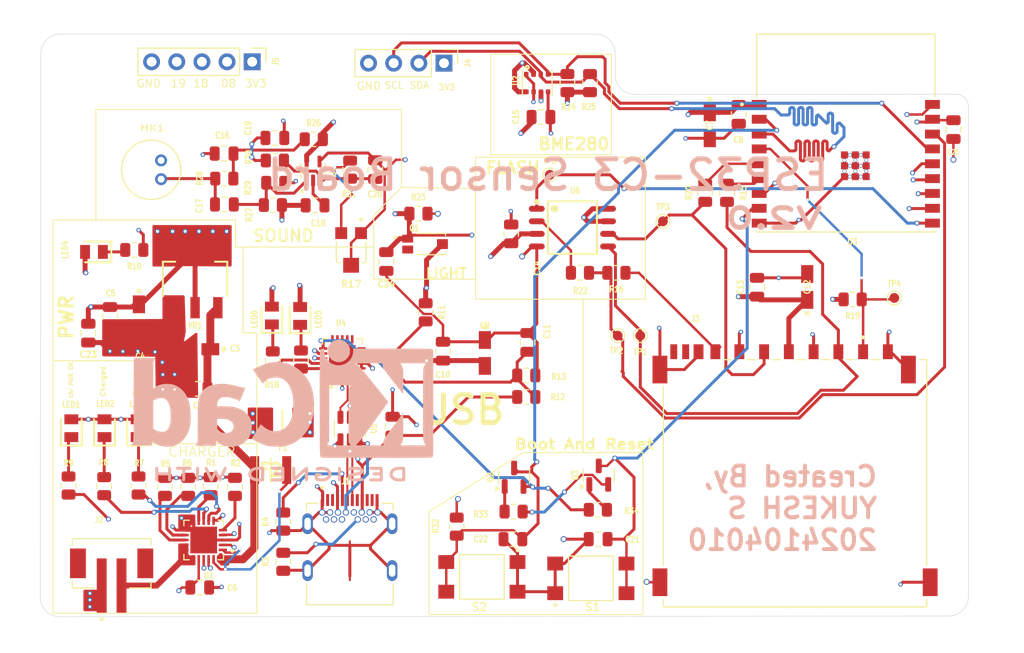
<source format=kicad_pcb>
(kicad_pcb (version 20241229) (generator "pcbnew") (generator_version "9.0")
  (title_block (title "ESP32-C3 Sensor Board") (date "2025-12-21") (company "YUKESH S 2024104010"))
  (layers (0 "F.Cu" signal) (4 "In1.Cu" signal) (6 "In2.Cu" signal) (2 "B.Cu" signal) (13 "F.Paste" user) (15 "B.Paste" user) (5 "F.SilkS" user "F.Silkscreen") (7 "B.SilkS" user "B.Silkscreen") (1 "F.Mask" user) (3 "B.Mask" user) (25 "Edge.Cuts" user))
  (net 0 "")
  (net 1 "GND")
  (net 2 "/VBUS")
  (net 3 "+5V")
  (net 4 "+3.3V")
  (net 5 "/+5V_USB")
  (net 6 "Net-(U4-VBUS)")
  (net 7 "Net-(C16-Pad2)")
  (net 8 "Net-(U7-GND)")
  (net 9 "/ESP32-C3-02/MIC_OUT")
  (net 10 "/ESP32-C3-02/BOOT")
  (net 11 "/ESP32-C3-02/EN")
  (net 12 "/ESP32-C3-02/SDA")
  (net 13 "/ESP32-C3-02/SCL")
  (net 14 "/ESP32-C3-02/GPIO19")
  (net 15 "/ESP32-C3-02/GPIO18")
  (net 16 "/ESP32-C3-02/GPIO8")
  (net 17 "Net-(LED1-K)")
  (net 18 "Net-(LED2-K)")
  (net 19 "Net-(LED3-K)")
  (net 20 "/PWD_LED")
  (net 21 "Net-(LED5-K)")
  (net 22 "Net-(LED6-K)")
  (net 23 "Net-(Q2-B)")
  (net 24 "/ESP32-C3-02/RTS")
  (net 25 "Net-(Q3-B)")
  (net 26 "/ESP32-C3-02/DTR")
  (net 27 "Net-(U1-~{TE})")
  (net 28 "Net-(U1-THERM)")
  (net 29 "Net-(J1-CC2)")
  (net 30 "Net-(J1-CC1)")
  (net 31 "Net-(U1-PROG1)")
  (net 32 "Net-(U1-PROG3)")
  (net 33 "/CHARGING_POWER_GOOD")
  (net 34 "/CHARGED")
  (net 35 "/CHARGING")
  (net 36 "Net-(U4-~{RST})")
  (net 37 "Net-(U4-~{TXT}{slash}GPIO.2)")
  (net 38 "/ESP32-C3-02/MOSI_DI")
  (net 39 "Net-(U3-IO7)")
  (net 40 "Net-(J3-DAT0)")
  (net 41 "/ESP32-C3-02/MISO_DO")
  (net 42 "Net-(U4-~{RXT}{slash}GPIO.3)")
  (net 43 "/ESP32-C3-02/CS_SD")
  (net 44 "/ESP32-C3-02/SCLK")
  (net 45 "Net-(U3-IO6)")
  (net 46 "Net-(U6-DO(IO1))")
  (net 47 "/ESP32-C3-02/PHOTO_C")
  (net 48 "Net-(U7-IN+)")
  (net 49 "/ESP32-C3-02/CS")
  (net 50 "/USB_DP")
  (net 51 "/USB_DN")
  (net 52 "/ESP32-C3-02/USB_D+")
  (net 53 "/ESP32-C3-02/USB_D-")
  (net 64 "/VBAT")
  (net 67 "/ESP32-C3-02/RX_TX")
  (net 68 "/ESP32-C3-02/TX_RX")
  (net 76 "Net-(C19-Pad2)")
  (net 77 "Net-(U7-IN-)")
  (net 78 "Net-(C17-Pad2)")
  (net 79 "Net-(U1-OUT)")
  (net 80 "Net-(R17-Pad3)")
  (footprint "Resistor_SMD:R_0805_2012Metric" (layer "F.Cu") (at 164.973 95.123 -90)
    (property "Reference" "R3")
    (property "Value" "5k1")
  )
  (footprint "Resistor_SMD:R_0805_2012Metric" (layer "F.Cu") (at 196.754 89.867)
    (property "Reference" "R34")
    (property "Value" "10k")
  )
  (footprint "Esp-32_sensor_Board004_Footprints:T491A" (layer "F.Cu") (at 150.4 70.41 -90)
    (property "Reference" "C4")
    (property "Value" "10u" (hide yes))
  )
  (footprint "Resistor_SMD:R_0805_2012Metric" (layer "F.Cu") (at 193.675 46.736 90)
    (property "Reference" "R24")
    (property "Value" "4k7")
  )
  (footprint "MountingHole:MountingHole_2.1mm" (layer "F.Cu") (at 198.02 77.67)
    (property "Reference" "REF**" (hide yes))
    (property "Value" "MountingHole_2.1mm")
  )
  (footprint "Resistor_SMD:R_0805_2012Metric" (layer "F.Cu") (at 198.628 65.913 180)
    (property "Reference" "R16")
    (property "Value" "50")
  )
  (footprint "Package_TO_SOT_SMD:SOT-23" (layer "F.Cu") (at 188.294 86.577 90)
    (property "Reference" "Q2")
    (property "Value" "BC817")
  )
  (footprint "TestPoint:TestPoint_Pad_D1.0mm" (layer "F.Cu") (at 203.327 60.706)
    (property "Reference" "TP3")
    (property "Value" "Test SCLK")
  )
  (footprint "TestPoint:TestPoint_Pad_D1.0mm" (layer "F.Cu") (at 191.897 56.007)
    (property "Reference" "TP5")
    (property "Value" "Test CS")
  )
  (footprint "Resistor_SMD:R_0805_2012Metric" (layer "F.Cu") (at 164.17 56.81 180)
    (property "Reference" "R29")
    (property "Value" "1M")
  )
  (footprint "Esp-32_sensor_Board004_Footprints:SOIC127P790X216-8N" (layer "F.Cu") (at 194.183 61.341)
    (property "Reference" "U6")
    (property "Value" "W25Q32JVSSIQ")
  )
  (footprint "TestPoint:TestPoint_Pad_D1.0mm" (layer "F.Cu") (at 201.041 72.263)
    (property "Reference" "TP1")
    (property "Value" "Test MOSI")
  )
  (footprint "Resistor_SMD:R_0805_2012Metric" (layer "F.Cu") (at 166.77 74.681 90)
    (property "Reference" "R14")
    (property "Value" "470")
  )
  (footprint "Capacitor_SMD:C_0805_2012Metric" (layer "F.Cu") (at 145.288 72.009 -90)
    (property "Reference" "C23")
    (property "Value" "0.1u")
  )
  (footprint "Capacitor_SMD:C_0805_2012Metric" (layer "F.Cu") (at 175.387 64.77 -90)
    (property "Reference" "C24")
    (property "Value" "10n")
  )
  (footprint "TestPoint:TestPoint_Pad_D1.0mm" (layer "F.Cu") (at 226.695 68.453)
    (property "Reference" "TP4")
    (property "Value" "Test CS-SD")
  )
  (footprint "Esp-32_sensor_Board004_Footprints:LEDC2012X120N" (layer "F.Cu") (at 146.92 81.62 90)
    (property "Reference" "LED2")
    (property "Value" "LTST-C170GKT" (hide yes))
  )
  (footprint "Resistor_SMD:R_0805_2012Metric" (layer "F.Cu") (at 189.52 78.465)
    (property "Reference" "R12")
    (property "Value" "22k1")
  )
  (footprint "Esp-32_sensor_Board004_Footprints:LEDC2012X120N" (layer "F.Cu") (at 143.57 81.62 90)
    (property "Reference" "LED1")
    (property "Value" "LTST-C170KRKT" (hide yes))
  )
  (footprint "Resistor_SMD:R_0805_2012Metric" (layer "F.Cu") (at 178.63 59.93)
    (property "Reference" "R23")
    (property "Value" "10k")
  )
  (footprint "Esp-32_sensor_Board004_Footprints:T491A" (layer "F.Cu") (at 208.06 51.0005 -90)
    (property "Reference" "C7")
    (property "Value" "10u" (hide yes))
  )
  (footprint "Esp-32_sensor_Board004_Footprints:T491A" (layer "F.Cu") (at 217.9 67.3405 90)
    (property "Reference" "C12")
    (property "Value" "10u" (hide yes))
  )
  (footprint "Capacitor_SMD:C_0805_2012Metric" (layer "F.Cu") (at 212.83 67.3705 90)
    (property "Reference" "C13")
    (property "Value" "0.1u")
  )
  (footprint "Esp-32_sensor_Board004_Footprints:LEDC2012X120N" (layer "F.Cu") (at 163.83 70.231 90)
    (property "Reference" "LED6")
    (property "Value" "LTST-C170KRKT" (hide yes))
  )
  (footprint "Capacitor_SMD:C_0805_2012Metric" (layer "F.Cu") (at 174.27 55.48 90)
    (property "Reference" "C20")
    (property "Value" "0.1u")
  )
  (footprint "Esp-32_sensor_Board004_Footprints:SOT65P210X110-5N" (layer "F.Cu") (at 167.99 55.62 90)
    (property "Reference" "U7")
    (property "Value" "MAX4466EXK")
  )
  (footprint "Esp-32_sensor_Board004_Footprints:LEDC2012X120N" (layer "F.Cu") (at 150.27 81.62 90)
    (property "Reference" "LED3")
    (property "Value" "LTST-C170TBKT" (hide yes))
  )
  (footprint "Resistor_SMD:R_0805_2012Metric" (layer "F.Cu") (at 160.1 87.55 90)
    (property "Reference" "R2")
    (property "Value" "10k")
  )
  (footprint "Capacitor_SMD:C_0805_2012Metric" (layer "F.Cu") (at 156.54 97.72)
    (property "Reference" "C6")
    (property "Value" "1u")
  )
  (footprint "Resistor_SMD:R_0805_2012Metric" (layer "F.Cu") (at 149.93 63.6 180)
    (property "Reference" "R10")
    (property "Value" "470")
  )
  (footprint "Esp-32_sensor_Board004_Footprints:LEDC2012X120N" (layer "F.Cu") (at 145.86 63.8 180)
    (property "Reference" "LED4")
    (property "Value" "LTST-C170KRKT" (hide yes))
  )
  (footprint "Esp-32_sensor_Board004_Footprints:QFN50P400X400X100-21N" (layer "F.Cu") (at 170.942 74.568 90)
    (property "Reference" "U4")
    (property "Value" "CP2102N-Axx-xQFN20")
  )
  (footprint "Resistor_SMD:R_0805_2012Metric" (layer "F.Cu") (at 164.973 91.059 -90)
    (property "Reference" "R4")
    (property "Value" "5k1")
  )
  (footprint "Resistor_SMD:R_0805_2012Metric" (layer "F.Cu") (at 182.499 91.567 -90)
    (property "Reference" "R32")
    (property "Value" "10k")
  )
  (footprint "Package_TO_SOT_SMD:SOT-23-6" (layer "F.Cu") (at 171.704 81.661 -90)
    (property "Reference" "U5")
    (property "Value" "USBLC6-2SC6")
  )
  (footprint "Resistor_SMD:R_0805_2012Metric" (layer "F.Cu") (at 209.7955 57.8265 -90)
    (property "Reference" "R15")
    (property "Value" "50")
  )
  (footprint "Capacitor_SMD:C_0805_2012Metric" (layer "F.Cu") (at 189.65 72.945 90)
    (property "Reference" "C11")
    (property "Value" "1u")
  )
  (footprint "Capacitor_SMD:C_0805_2012Metric" (layer "F.Cu") (at 156.37 77.64 180)
    (property "Reference" "C2")
    (property "Value" "0.1u")
  )
  (footprint "Resistor_SMD:R_0805_2012Metric" (layer "F.Cu") (at 189.52 76.285)
    (property "Reference" "R13")
    (property "Value" "47k5")
  )
  (footprint "Esp-32_sensor_Board004_Footprints:LEDC2012X120N" (layer "F.Cu") (at 166.68 70.271 90)
    (property "Reference" "LED5")
    (property "Value" "LTST-C170GKT" (hide yes))
  )
  (footprint "TestPoint:TestPoint_Pad_D1.0mm" (layer "F.Cu") (at 198.755 72.263)
    (property "Reference" "TP2")
    (property "Value" "Test MISO")
  )
  (footprint "Resistor_SMD:R_0805_2012Metric" (layer "F.Cu") (at 163.93 59.06)
    (property "Reference" "R27")
    (property "Value" "1M")
  )
  (footprint "Esp-32_sensor_Board004_Footprints:JST_B2B-PH-SM4-TB" (layer "F.Cu") (at 147.64 95.28)
    (property "Reference" "J2")
    (property "Value" "B2B-PH-SM4-TB")
  )
  (footprint "Resistor_SMD:R_0805_2012Metric" (layer "F.Cu") (at 171.73 55.48 90)
    (property "Reference" "R31")
    (property "Value" "22k")
  )
  (footprint "MountingHole:MountingHole_2.1mm" (layer "F.Cu") (at 144.42 46.32)
    (property "Reference" "REF**" (hide yes))
    (property "Value" "MountingHole_2.1mm")
  )
  (footprint "Esp-32_sensor_Board004_Footprints:CUI_CMC-5042PF-AC" (layer "F.Cu") (at 151.638 55.499)
    (property "Reference" "MK1")
    (property "Value" "CMC-5042PF-AC")
  )
  (footprint "Resistor_SMD:R_0805_2012Metric" (layer "F.Cu") (at 159.02 56.39)
    (property "Reference" "R28")
    (property "Value" "2k")
  )
  (footprint "Esp-32_sensor_Board004_Footprints:SW_TL3305AF260QG" (layer "F.Cu") (at 196.044 96.798 90)
    (property "Reference" "S1")
    (property "Value" "Boot")
  )
  (footprint "Resistor_SMD:R_0805_2012Metric" (layer "F.Cu") (at 207.5955 57.8265 90)
    (property "Reference" "R20")
    (property "Value" "50")
  )
  (footprint "Resistor_SMD:R_0805_2012Metric" (layer "F.Cu") (at 222.49 68.6005 180)
    (property "Reference" "R19")
    (property "Value" "10k")
  )
  (footprint "Esp-32_sensor_Board004_Footprints:T491A" (layer "F.Cu") (at 156.3 73.64 180)
    (property "Reference" "C3")
    (property "Value" "10u" (hide yes))
  )
  (footprint "Esp-32_sensor_Board004_Footprints:SW_TL3305AF260QG" (layer "F.Cu") (at 185.039 96.647 -90)
    (property "Reference" "S2")
    (property "Value" "Reset")
  )
  (footprint "Resistor_SMD:R_0805_2012Metric" (layer "F.Cu") (at 146.89 87.48 90)
    (property "Reference" "R8")
    (property "Value" "470")
  )
  (footprint "Resistor_SMD:R_0805_2012Metric" (layer "F.Cu") (at 143.29 87.41 90)
    (property "Reference" "R9")
    (property "Value" "470")
  )
  (footprint "Esp-32_sensor_Board004_Footprints:TRANS_TEMT6000X01" (layer "F.Cu") (at 179.3 63.01)
    (property "Reference" "Q1")
    (property "Value" "TEMT6000X01")
  )
  (footprint "Resistor_SMD:R_0805_2012Metric" (layer "F.Cu") (at 164.13 54.56)
    (property "Reference" "R30")
    (property "Value" "1k")
  )
  (footprint "Capacitor_SMD:C_0805_2012Metric" (layer "F.Cu") (at 147.48 70.32 -90)
    (property "Reference" "C5")
    (property "Value" "0.1u")
  )
  (footprint "Capacitor_SMD:C_0805_2012Metric" (layer "F.Cu") (at 159 53.86)
    (property "Reference" "C16")
    (property "Value" "0.1u")
  )
  (footprint "Resistor_SMD:R_0805_2012Metric" (layer "F.Cu") (at 188.244 90.047 180)
    (property "Reference" "R33")
    (property "Value" "10k")
  )
  (footprint "Capacitor_SMD:C_0805_2012Metric" (layer "F.Cu") (at 164.13 52.28 180)
    (property "Reference" "C19")
    (property "Value" "10u")
  )
  (footprint "Connector_PinHeader_2.54mm:PinHeader_1x04_P2.54mm_Vertical" (layer "F.Cu") (at 181.21 44.72 -90)
    (property "Reference" "J4")
    (property "Value" "Conn_01x04_Pin")
  )
  (footprint "Capacitor_SMD:C_0805_2012Metric" (layer "F.Cu") (at 210.98 49.8905 -90)
    (property "Reference" "C8")
    (property "Value" "0.1u")
  )
  (footprint "Resistor_SMD:R_0805_2012Metric" (layer "F.Cu") (at 195.961 46.736 90)
    (property "Reference" "R25")
    (property "Value" "4k7")
  )
  (footprint "Resistor_SMD:R_0805_2012Metric" (layer "F.Cu") (at 168.06 52.41)
    (property "Reference" "R26")
    (property "Value" "2k")
  )
  (footprint "Esp-32_sensor_Board004_Footprints:QFN50P400X400X100-21N" (layer "F.Cu") (at 156.94 92.92 180)
    (property "Reference" "U1")
    (property "Value" "MCP73871")
  )
  (footprint "Resistor_SMD:R_0805_2012Metric" (layer "F.Cu") (at 163.92 74.771 90)
    (property "Reference" "R18")
    (property "Value" "470")
  )
  (footprint "Esp-32_sensor_Board004_Footprints:T491A" (layer "F.Cu") (at 185.34 74.015 -90)
    (property "Reference" "C9")
    (property "Value" "4.7u" (hide yes))
  )
  (footprint "Resistor_SMD:R_0805_2012Metric" (layer "F.Cu") (at 179.36 69.905 -90)
    (property "Reference" "R11")
    (property "Value" "1k")
  )
  (footprint "Resistor_SMD:R_0805_2012Metric" (layer "F.Cu") (at 153.03 87.55 90)
    (property "Reference" "R5")
    (property "Value" "2k")
  )
  (footprint "Capacitor_SMD:C_0805_2012Metric" (layer "F.Cu") (at 181.11 73.835 -90)
    (property "Reference" "C10")
    (property "Value" "0.1u")
  )
  (footprint "Esp-32_sensor_Board004_Footprints:FUSC3226X100N" (layer "F.Cu") (at 164.877 81.026 180)
    (property "Reference" "F1")
    (property "Value" "0ZCH0110AF2E" (hide yes))
  )
  (footprint "Resistor_SMD:R_0805_2012Metric" (layer "F.Cu") (at 157.64 87.48 90)
    (property "Reference" "R1")
    (property "Value" "10k")
  )
  (footprint "Esp-32_sensor_Board004_Footprints:PSON65P250X250X100-8N" (layer "F.Cu") (at 190.627 46.736 90)
    (property "Reference" "U2")
    (property "Value" "BME280")
  )
  (footprint "Capacitor_SMD:C_0805_2012Metric" (layer "F.Cu") (at 188.174 92.837 180)
    (property "Reference" "C22")
    (property "Value" "1u")
  )
  (footprint "Connector_PinHeader_2.54mm:PinHeader_1x05_P2.54mm_Vertical" (layer "F.Cu") (at 161.84 44.58 -90)
    (property "Reference" "J5")
    (property "Value" "Conn_01x05_Pin")
  )
  (footprint "Esp-32_sensor_Board004_Footprints:TRIM_35WR100KLFTR" (layer "F.Cu") (at 171.831 63.5 -90)
    (property "Reference" "R17")
    (property "Value" "35WR100KLFTR")
  )
  (footprint "Capacitor_SMD:C_0805_2012Metric" (layer "F.Cu") (at 187.999 61.979 -90)
    (property "Reference" "C14")
    (property "Value" "0.1u")
  )
  (footprint "Capacitor_SMD:C_0805_2012Metric" (layer "F.Cu") (at 191.008 50.165)
    (property "Reference" "C15")
    (property "Value" "0.1u")
  )
  (footprint "Esp-32_sensor_Board004_Footprints:VREG_LM1117MPX-3.3" (layer "F.Cu") (at 156.07 66.54 90)
    (property "Reference" "VR1")
    (property "Value" "LM1117MPX-3.3")
  )
  (footprint "Capacitor_SMD:C_0805_2012Metric" (layer "F.Cu") (at 159.03 59 180)
    (property "Reference" "C17")
    (property "Value" "10n")
  )
  (footprint "Esp-32_sensor_Board004_Footprints:BELFUSE_SS-52400-002" (layer "F.Cu") (at 171.704 96.012)
    (property "Reference" "J1")
    (property "Value" "SS-52400-002")
  )
  (footprint "Esp-32_sensor_Board004_Footprints:MODULE_ESP32-C3-WROOM-02-H4" (layer "F.Cu") (at 221.8 51.7905)
    (property "Reference" "U3")
    (property "Value" "ESP32-C3-WROOM-02-H4")
  )
  (footprint "Resistor_SMD:R_0805_2012Metric" (layer "F.Cu") (at 155.37 87.55 90)
    (property "Reference" "R6")
    (property "Value" "20k")
  )
  (footprint "Esp-32_sensor_Board004_Footprints:AMPHENOL_GSD090012SEU" (layer "F.Cu") (at 216.67 87.19)
    (property "Reference" "J3")
    (property "Value" "GSD090012SEU")
  )
  (footprint "Capacitor_SMD:C_0805_2012Metric" (layer "F.Cu") (at 176.022 81.407 90)
    (property "Reference" "C1")
    (property "Value" "0.1u")
  )
  (footprint "Capacitor_SMD:C_0805_2012Metric" (layer "F.Cu") (at 196.784 92.837 180)
    (property "Reference" "C21")
    (property "Value" "0.1u")
  )
  (footprint "Esp-32_sensor_Board004_Footprints:FUSC3226X100N" (layer "F.Cu") (at 163.703 85.852)
    (property "Reference" "F2")
    (property "Value" "0ZCH0110AF2E" (hide yes))
  )
  (footprint "Resistor_SMD:R_0805_2012Metric" (layer "F.Cu") (at 150.36 87.41 90)
    (property "Reference" "R7")
    (property "Value" "470")
  )
  (footprint "Capacitor_SMD:C_0805_2012Metric" (layer "F.Cu") (at 232.664 51.435 -90)
    (property "Reference" "C25")
    (property "Value" "10n")
  )
  (footprint "Capacitor_SMD:C_0805_2012Metric" (layer "F.Cu") (at 168.19 59.09)
    (property "Reference" "C18")
    (property "Value" "0.1u")
  )
  (footprint "Package_TO_SOT_SMD:SOT-23" (layer "F.Cu") (at 196.844 86.367 90)
    (property "Reference" "Q3")
    (property "Value" "BC817")
  )
  (footprint "Resistor_SMD:R_0805_2012Metric" (layer "F.Cu") (at 194.945 65.913 180)
    (property "Reference" "R22")
    (property "Value" "50")
  )
  (footprint "Symbol:KiCad-Logo2_12mm_SilkScreen" (layer "B.Cu") (at 164.891893 78.605106 180)
    (property "Reference" "REF**" (hide yes))
    (property "Value" "KiCad-Logo2_12mm_SilkScreen" (hide yes))
  )
  (gr_line (start 160.909 71.981) (end 160.909 63.3095) (stroke (width 0.1)) (layer "F.SilkS"))
  (gr_line (start 185.928 43.815) (end 198.12 43.815) (stroke (width 0.1)) (layer "F.SilkS"))
  (gr_line (start 195.2625 84.074) (end 195.2625 68.58) (stroke (width 0.1)) (layer "F.SilkS"))
  (gr_line (start 162.306 100.33) (end 141.732 100.33) (stroke (width 0.1)) (layer "F.SilkS"))
  (gr_line (start 146.05 60.579) (end 141.859 60.579) (stroke (width 0.1)) (layer "F.SilkS"))
  (gr_line (start 179.705 100.457) (end 201.295 100.457) (stroke (width 0.1)) (layer "F.SilkS"))
  (gr_line (start 185.928 53.975) (end 185.928 43.815) (stroke (width 0.1)) (layer "F.SilkS"))
  (gr_line (start 198.12 53.975) (end 185.928 53.975) (stroke (width 0.1)) (layer "F.SilkS"))
  (gr_line (start 162.306 83.185) (end 162.306 84.074) (stroke (width 0.1)) (layer "F.SilkS"))
  (gr_line (start 184.404 68.58) (end 201.549 68.58) (stroke (width 0.1)) (layer "F.SilkS"))
  (gr_line (start 176.911 57.277) (end 184.404 57.404) (stroke (width 0.1)) (layer "F.SilkS"))
  (gr_line (start 184.404 66.548) (end 174.117 66.548) (stroke (width 0.1)) (layer "F.SilkS"))
  (gr_line (start 141.732 60.579) (end 141.732 74.803) (stroke (width 0.1)) (layer "F.SilkS"))
  (gr_line (start 184.404 57.404) (end 184.404 66.548) (stroke (width 0.1)) (layer "F.SilkS"))
  (gr_line (start 201.549 54.229) (end 184.404 54.229) (stroke (width 0.1)) (layer "F.SilkS"))
  (gr_line (start 174.117 63.3095) (end 160.147 63.3095) (stroke (width 0.1)) (layer "F.SilkS"))
  (gr_line (start 151.765 83.185) (end 162.306 83.185) (stroke (width 0.1)) (layer "F.SilkS"))
  (gr_line (start 141.732 100.33) (end 141.732 74.803) (stroke (width 0.1)) (layer "F.SilkS"))
  (gr_line (start 198.12 43.815) (end 198.12 53.975) (stroke (width 0.1)) (layer "F.SilkS"))
  (gr_line (start 201.549 68.58) (end 201.549 54.229) (stroke (width 0.1)) (layer "F.SilkS"))
  (gr_line (start 201.295 84.074) (end 189.23 84.074) (stroke (width 0.1)) (layer "F.SilkS"))
  (gr_line (start 151.765 74.803) (end 151.765 83.185) (stroke (width 0.1)) (layer "F.SilkS"))
  (gr_line (start 189.23 84.074) (end 179.705 90.043) (stroke (width 0.1)) (layer "F.SilkS"))
  (gr_line (start 176.911 49.403) (end 176.911 57.277) (stroke (width 0.1)) (layer "F.SilkS"))
  (gr_line (start 160.147 63.3095) (end 160.147 60.579) (stroke (width 0.1)) (layer "F.SilkS"))
  (gr_line (start 162.306 83.185) (end 162.306 71.981) (stroke (width 0.1)) (layer "F.SilkS"))
  (gr_line (start 179.705 90.043) (end 179.705 100.457) (stroke (width 0.1)) (layer "F.SilkS"))
  (gr_line (start 160.147 60.579) (end 146.05 60.579) (stroke (width 0.1)) (layer "F.SilkS"))
  (gr_line (start 184.404 54.229) (end 184.404 68.58) (stroke (width 0.1)) (layer "F.SilkS"))
  (gr_line (start 146.05 60.579) (end 146.05 49.403) (stroke (width 0.1)) (layer "F.SilkS"))
  (gr_line (start 146.05 49.403) (end 176.911 49.403) (stroke (width 0.1)) (layer "F.SilkS"))
  (gr_line (start 141.732 74.803) (end 151.765 74.803) (stroke (width 0.1)) (layer "F.SilkS"))
  (gr_line (start 201.295 100.457) (end 201.295 84.074) (stroke (width 0.1)) (layer "F.SilkS"))
  (gr_line (start 174.117 66.548) (end 174.117 60.071) (stroke (width 0.1)) (layer "F.SilkS"))
  (gr_line (start 162.306 84.074) (end 162.306 100.33) (stroke (width 0.1)) (layer "F.SilkS"))
  (gr_line (start 162.306 71.981) (end 160.909 71.981) (stroke (width 0.1)) (layer "F.SilkS"))
  (gr_line (start 174.117 60.071) (end 176.911 57.277) (stroke (width 0.1)) (layer "F.SilkS"))
  (gr_line (start 230.920539 100.605999) (end 232.182539 100.605999) (stroke (width 0.05)) (layer "Edge.Cuts"))
  (gr_arc (start 232.918647 47.8605) (mid 233.816254 48.232703) (end 234.188 49.1305) (stroke (width 0.05)) (layer "Edge.Cuts"))
  (gr_line (start 198.501 43.760499) (end 198.501 46.11) (stroke (width 0.05)) (layer "Edge.Cuts"))
  (gr_arc (start 142.415633 100.680227) (mid 141.014894 100.100232) (end 140.434912 98.687662) (stroke (width 0.05)) (layer "Edge.Cuts"))
  (gr_arc (start 140.493116 43.757308) (mid 141.07305 42.35941) (end 142.47315 41.779501) (stroke (width 0.05)) (layer "Edge.Cuts"))
  (gr_line (start 140.493103 46.106809) (end 140.434912 98.687662) (stroke (width 0.05)) (layer "Edge.Cuts"))
  (gr_line (start 142.415633 100.680227) (end 230.920539 100.605999) (stroke (width 0.05)) (layer "Edge.Cuts"))
  (gr_arc (start 234.188 98.6) (mid 233.600647 100.018266) (end 232.182539 100.606) (stroke (width 0.05)) (layer "Edge.Cuts"))
  (gr_line (start 234.188 98.6) (end 234.188 49.1305) (stroke (width 0.05)) (layer "Edge.Cuts"))
  (gr_line (start 140.493116 43.7595) (end 140.493116 46.106809) (stroke (width 0.05)) (layer "Edge.Cuts"))
  (gr_line (start 196.05005 41.780499) (end 142.47315 41.779501) (stroke (width 0.05)) (layer "Edge.Cuts"))
  (gr_line (start 231.656 47.8605) (end 200.491 47.892123) (stroke (width 0.05)) (layer "Edge.Cuts"))
  (gr_line (start 231.656 47.8605) (end 232.918647 47.8605) (stroke (width 0.05)) (layer "Edge.Cuts"))
  (gr_line (start 196.05005 41.780499) (end 196.515031 41.780499) (stroke (width 0.05)) (layer "Edge.Cuts"))
  (gr_arc (start 200.48998 47.892123) (mid 199.155329 47.38147) (end 198.501 46.11) (stroke (width 0.05)) (layer "Edge.Cuts"))
  (gr_arc (start 196.52105 41.780499) (mid 197.921084 42.360428) (end 198.501013 43.760499) (stroke (width 0.05)) (layer "Edge.Cuts"))
  (gr_text "SDA" (at 177.673 47.371 0) (layer "F.SilkS") (effects (font (size 0.7 0.7) (thickness 0.1)) (justify left bottom)))
  (gr_text "FLASH" (at 185.293 56.007 0) (layer "F.SilkS") (effects (font (size 1.2 1.2) (thickness 0.24) (bold yes)) (justify left bottom)))
  (gr_text "08" (at 158.623 47.244 0) (layer "F.SilkS") (effects (font (size 0.8 0.8) (thickness 0.1)) (justify left bottom)))
  (gr_text "LIGHT" (at 179.2605 66.548 0) (layer "F.SilkS") (effects (font (size 1 1) (thickness 0.2) (bold yes)) (justify left bottom)))
  (gr_text "Charging" (at 150.368 78.486 90) (layer "F.SilkS") (effects (font (size 0.5 0.5) (thickness 0.1)) (justify left bottom)))
  (gr_text "BME280" (at 190.627 53.594 0) (layer "F.SilkS") (effects (font (size 1.2 1.2) (thickness 0.24) (bold yes)) (justify left bottom)))
  (gr_text "chr PWR OK" (at 143.764 78.613 90) (layer "F.SilkS") (effects (font (size 0.4 0.4) (thickness 0.1)) (justify left bottom)))
  (gr_text "3V3" (at 161.036 47.244 0) (layer "F.SilkS") (effects (font (size 0.8 0.8) (thickness 0.1)) (justify left bottom)))
  (gr_text "GND" (at 150.114 47.244 0) (layer "F.SilkS") (effects (font (size 0.8 0.8) (thickness 0.1)) (justify left bottom)))
  (gr_text "CHARGER" (at 153.289 84.582 0) (layer "F.SilkS") (effects (font (size 1 1) (thickness 0.1)) (justify left bottom)))
  (gr_text "USB" (at 178.562 81.407 0) (layer "F.SilkS") (effects (font (size 2.8 2.8) (thickness 0.5) (bold yes)) (justify left bottom)))
  (gr_text "Boot And Reset" (at 188.214 83.82 0) (layer "F.SilkS") (effects (font (size 1 1.2) (thickness 0.24) (bold yes)) (justify left bottom)))
  (gr_text "PWR" (at 143.891 72.771 90) (layer "F.SilkS") (effects (font (size 1.4 1.4) (thickness 0.28) (bold yes)) (justify left bottom)))
  (gr_text "GND" (at 172.339 47.498 0) (layer "F.SilkS") (effects (font (size 0.8 0.8) (thickness 0.1)) (justify left bottom)))
  (gr_text "SOUND" (at 161.798 62.865 0) (layer "F.SilkS") (effects (font (size 1.2 1.2) (thickness 0.2) (bold yes)) (justify left bottom)))
  (gr_text "18" (at 155.829 47.244 0) (layer "F.SilkS") (effects (font (size 0.8 0.8) (thickness 0.1)) (justify left bottom)))
  (gr_text "Charged" (at 147.066 78.486 90) (layer "F.SilkS") (effects (font (size 0.5 0.5) (thickness 0.1)) (justify left bottom)))
  (gr_text "SCL" (at 175.133 47.371 0) (layer "F.SilkS") (effects (font (size 0.7 0.7) (thickness 0.1)) (justify left bottom)))
  (gr_text "19" (at 153.543 47.244 0) (layer "F.SilkS") (effects (font (size 0.8 0.8) (thickness 0.1)) (justify left bottom)))
  (gr_text "3V3" (at 180.594 47.498 0) (layer "F.SilkS") (effects (font (size 0.6 0.6) (thickness 0.1)) (justify left bottom)))
  (gr_text "ESP32-C3 Sensor Board" (at 220.345 57.785 0) (layer "B.SilkS") (effects (font (size 3 3) (thickness 0.5) (bold yes)) (justify left bottom mirror)))
  (gr_text "V2.0" (at 219.71 61.595 0) (layer "B.SilkS") (effects (font (size 2 3) (thickness 0.5) (bold yes)) (justify left bottom mirror)))
  (gr_text "Created By,\nYUKESH S \n2024104010" (at 225.171 94.107 0) (layer "B.SilkS") (effects (font (size 2 2) (thickness 0.4) (bold yes)) (justify left bottom mirror)))
  (segment (start 191.958 51.75) (end 192.024 51.816) (width 0.3) (layer "F.Cu") (net 1))
  (segment (start 165.08 52.28) (end 165.08 50.653) (width 0.3) (layer "F.Cu") (net 1))
  (segment (start 232.664 52.385) (end 232.664 54.483) (width 0.25) (layer "F.Cu") (net 1))
  (segment (start 150.8425 63.6) (end 150.8425 62.0695) (width 0.3) (layer "F.Cu") (net 1))
  (segment (start 221.66 55.0905) (end 221.66 53.9905) (width 0.3) (layer "F.Cu") (net 1))
  (segment (start 217.51 66.4205) (end 217.9 66.0305) (width 0.3) (layer "F.Cu") (net 1))
  (segment (start 190.267 48.62) (end 190.246 48.641) (width 0.3) (layer "F.Cu") (net 1))
  (segment (start 156.94 92.92) (end 155.94 91.92) (width 0.3) (layer "F.Cu") (net 1))
  (segment (start 190.626 76.0915) (end 190.4325 76.285) (width 0.3) (layer "F.Cu") (net 1))
  (segment (start 193.373 95.298) (end 192.444 95.298) (width 0.3) (layer "F.Cu") (net 1))
  (segment (start 174.504 90.132) (end 173.704 90.132) (width 0.3) (layer "F.Cu") (net 1))
  (segment (start 221.66 56.1905) (end 222.76 56.1905) (width 0.3) (layer "F.Cu") (net 1))
  (segment (start 179.167044 70.079) (end 180.014094 70.079) (width 0.25) (layer "F.Cu") (net 1))
  (segment (start 173.794 93.462) (end 173.794 93.832) (width 0.3) (layer "F.Cu") (net 1))
  (segment (start 174.454 90.082) (end 174.504 90.132) (width 0.3) (layer "F.Cu") (net 1))
  (segment (start 187.999 61.029) (end 187.999 59.729) (width 0.3) (layer "F.Cu") (net 1))
  (segment (start 171.701716 79.499716) (end 171.704 79.502) (width 0.3) (layer "F.Cu") (net 1))
  (segment (start 222.76 55.0905) (end 221.66 55.0905) (width 0.3) (layer "F.Cu") (net 1))
  (segment (start 176.022 80.457) (end 176.022 77.724) (width 0.3) (layer "F.Cu") (net 1))
  (segment (start 156.94 92.92) (end 158.875 92.92) (width 0.3) (layer "F.Cu") (net 1))
  (segment (start 158.693 97.72) (end 158.75 97.663) (width 0.3) (layer "F.Cu") (net 1))
  (segment (start 226.32 73.89) (end 228.12 75.69) (width 0.3) (layer "F.Cu") (net 1))
  (segment (start 192.127 98.147) (end 188.639 98.147) (width 0.3) (layer "F.Cu") (net 1))
  (segment (start 168.954 88.055) (end 168.402 87.503) (width 0.3) (layer "F.Cu") (net 1))
  (segment (start 157.69 92.92) (end 157.734 92.964) (width 0.3) (layer "F.Cu") (net 1))
  (segment (start 167.4045 95.9825) (end 167.434 96.012) (width 0.3) (layer "F.Cu") (net 1))
  (segment (start 222.76 56.1905) (end 223.86 56.1905) (width 0.3) (layer "F.Cu") (net 1))
  (segment (start 169.704 90.132) (end 168.904 90.132) (width 0.3) (layer "F.Cu") (net 1))
  (segment (start 168.904 88.932) (end 168.954 88.882) (width 0.3) (layer "F.Cu") (net 1))
  (segment (start 174.824 90.132) (end 175.974 91.282) (width 0.3) (layer "F.Cu") (net 1))
  (segment (start 156.96 53.86) (end 156.845 53.975) (width 0.3) (layer "F.Cu") (net 1))
  (segment (start 222.76 53.9905) (end 223.86 53.9905) (width 0.3) (layer "F.Cu") (net 1))
  (segment (start 165.026 95.9825) (end 167.4045 95.9825) (width 0.3) (layer "F.Cu") (net 1))
  (segment (start 195.834 92.837) (end 193.294 92.837) (width 0.3) (layer "F.Cu") (net 1))
  (segment (start 223.86 56.1905) (end 223.86 55.0905) (width 0.3) (layer "F.Cu") (net 1))
  (segment (start 205.6265 52.3105) (end 205.613 52.324) (width 0.3) (layer "F.Cu") (net 1))
  (segment (start 208.06 52.3105) (end 209.51 52.3105) (width 0.3) (layer "F.Cu") (net 1))
  (segment (start 146.589 72.959) (end 147.47 73.84) (width 0.5) (layer "F.Cu") (net 1))
  (segment (start 155.37 86.6375) (end 156.591 86.6375) (width 0.3) (layer "F.Cu") (net 1))
  (segment (start 226.045 73.89) (end 226.045 72.024) (width 0.3) (layer "F.Cu") (net 1))
  (segment (start 175.974 91.282) (end 173.794 93.462) (width 0.3) (layer "F.Cu") (net 1))
  (segment (start 174.454 88.882) (end 174.454 90.082) (width 0.3) (layer "F.Cu") (net 1))
  (segment (start 154.178 86.6375) (end 155.37 86.6375) (width 0.3) (layer "F.Cu") (net 1))
  (segment (start 180.014094 70.079) (end 181.11 71.174906) (width 0.25) (layer "F.Cu") (net 1))
  (segment (start 155.005 91.92) (end 154.15 91.92) (width 0.3) (layer "F.Cu") (net 1))
  (segment (start 190.267 46.800998) (end 189.517 46.050998) (width 0.3) (layer "F.Cu") (net 1))
  (segment (start 201.711 97.19) (end 201.676 97.155) (width 0.25) (layer "F.Cu") (net 1))
  (segment (start 153.03 86.6375) (end 154.178 86.6375) (width 0.3) (layer "F.Cu") (net 1))
  (segment (start 189.65 71.995) (end 190.626 72.971) (width 0.3) (layer "F.Cu") (net 1))
  (segment (start 188.639 98.147) (end 188.639 95.147) (width 0.3) (layer "F.Cu") (net 1))
  (segment (start 218.545 73.89) (end 218.545 72.241) (width 0.3) (layer "F.Cu") (net 1))
  (segment (start 158.05 53.86) (end 156.96 53.86) (width 0.3) (layer "F.Cu") (net 1))
  (segment (start 190.583 63.246) (end 190.119 63.246) (width 0.3) (layer "F.Cu") (net 1))
  (segment (start 170.942 77.584) (end 170.929 77.597) (width 0.3) (layer "F.Cu") (net 1))
  (segment (start 180.58 59.93) (end 180.594 59.944) (width 0.25) (layer "F.Cu") (net 1))
  (segment (start 226.045 72.024) (end 226.187 71.882) (width 0.3) (layer "F.Cu") (net 1))
  (segment (start 185.16 72.885) (end 185.34 72.705) (width 0.3) (layer "F.Cu") (net 1))
  (segment (start 218.545 72.241) (end 218.44 72.136) (width 0.3) (layer "F.Cu") (net 1))
  (segment (start 157.49 97.72) (end 158.693 97.72) (width 0.3) (layer "F.Cu") (net 1))
  (segment (start 170.942 76.503) (end 170.942 77.584) (width 0.3) (layer "F.Cu") (net 1))
  (segment (start 217.043 60.569) (end 217.2815 60.569) (width 0.3) (layer "F.Cu") (net 1))
  (segment (start 221.66 53.9905) (end 222.76 53.9905) (width 0.3) (layer "F.Cu") (net 1))
  (segment (start 171.442 74.068) (end 170.942 74.568) (width 0.3) (layer "F.Cu") (net 1))
  (segment (start 160.528 91.313) (end 160.571 91.356) (width 0.3) (layer "F.Cu") (net 1))
  (segment (start 185.608 72.705) (end 186.318 71.995) (width 0.3) (layer "F.Cu") (net 1))
  (segment (start 211.045 72.038) (end 211.201 71.882) (width 0.3) (layer "F.Cu") (net 1))
  (segment (start 188.639 94.252) (end 187.224 92.837) (width 0.3) (layer "F.Cu") (net 1))
  (segment (start 192.444 95.298) (end 192.444 98.298) (width 0.3) (layer "F.Cu") (net 1))
  (segment (start 154.15 91.92) (end 153.797 91.567) (width 0.3) (layer "F.Cu") (net 1))
  (segment (start 177.612 80.457) (end 178.435 81.28) (width 0.3) (layer "F.Cu") (net 1))
  (segment (start 186.318 71.995) (end 189.65 71.995) (width 0.3) (layer "F.Cu") (net 1))
  (segment (start 230.32 97.19) (end 227.549 97.19) (width 0.3) (layer "F.Cu") (net 1))
  (segment (start 160.571 92.643114) (end 160.294114 92.92) (width 0.3) (layer "F.Cu") (net 1))
  (segment (start 190.583 71.062) (end 189.65 71.995) (width 0.3) (layer "F.Cu") (net 1))
  (segment (start 164.973 96.0355) (end 165.026 95.9825) (width 0.3) (layer "F.Cu") (net 1))
  (segment (start 158.877 86.5675) (end 160.03 86.5675) (width 0.3) (layer "F.Cu") (net 1))
  (segment (start 191.958 50.165) (end 191.958 51.75) (width 0.3) (layer "F.Cu") (net 1))
  (segment (start 216.7215 60.8905) (end 213.05 60.8905) (width 0.3) (layer "F.Cu") (net 1))
  (segment (start 190.267 47.616) (end 190.267 46.800998) (width 0.3) (layer "F.Cu") (net 1))
  (segment (start 188.639 95.147) (end 188.639 94.252) (width 0.3) (layer "F.Cu") (net 1))
  (segment (start 168.904 90.132) (end 168.904 88.932) (width 0.3) (layer "F.Cu") (net 1))
  (segment (start 166.075 56.81) (end 166.243 56.642) (width 0.3) (layer "F.Cu") (net 1))
  (segment (start 185.34 72.705) (end 185.608 72.705) (width 0.3) (layer "F.Cu") (net 1))
  (segment (start 174.504 90.132) (end 174.824 90.132) (width 0.3) (layer "F.Cu") (net 1))
  (segment (start 205.488 75.69) (end 203.02 75.69) (width 0.3) (layer "F.Cu") (net 1))
  (segment (start 165.08 50.653) (end 164.973 50.546) (width 0.3) (layer "F.Cu") (net 1))
  (segment (start 206.92 73.89) (end 206.92 74.258) (width 0.3) (layer "F.Cu") (net 1))
  (segment (start 190.119 63.246) (end 189.103 64.262) (width 0.3) (layer "F.Cu") (net 1))
  (segment (start 181.11 71.174906) (end 181.11 72.885) (width 0.25) (layer "F.Cu") (net 1))
  (segment (start 170.942 76.503) (end 170.942 74.568) (width 0.3) (layer "F.Cu") (net 1))
  (segment (start 175.387 65.72) (end 175.387 66.298956) (width 0.25) (layer "F.Cu") (net 1))
  (segment (start 223.86 55.0905) (end 222.76 55.0905) (width 0.3) (layer "F.Cu") (net 1))
  (segment (start 165.0825 56.81) (end 166.075 56.81) (width 0.3) (layer "F.Cu") (net 1))
  (segment (start 226.045 73.89) (end 226.32 73.89) (width 0.3) (layer "F.Cu") (net 1))
  (segment (start 168.584 90.132) (end 167.434 91.282) (width 0.3) (layer "F.Cu") (net 1))
  (segment (start 192.278 98.298) (end 192.127 98.147) (width 0.3) (layer "F.Cu") (net 1))
  (segment (start 145.288 72.959) (end 146.589 72.959) (width 0.5) (layer "F.Cu") (net 1))
  (segment (start 157.57 86.6375) (end 157.64 86.5675) (width 0.3) (layer "F.Cu") (net 1))
  (segment (start 157.64 86.5675) (end 158.877 86.5675) (width 0.3) (layer "F.Cu") (net 1))
  (segment (start 212.83 66.4205) (end 215.011 66.4205) (width 0.3) (layer "F.Cu") (net 1))
  (segment (start 206.92 74.258) (end 205.488 75.69) (width 0.3) (layer "F.Cu") (net 1))
  (segment (start 215.011 66.4205) (end 217.51 66.4205) (width 0.3) (layer "F.Cu") (net 1))
  (segment (start 190.583 63.246) (end 190.583 71.062) (width 0.3) (layer "F.Cu") (net 1))
  (segment (start 169.614 93.832) (end 167.434 96.012) (width 0.3) (layer "F.Cu") (net 1))
  (segment (start 155.94 91.92) (end 155.94 90.985) (width 0.3) (layer "F.Cu") (net 1))
  (segment (start 171.701716 79.359852) (end 171.701716 79.499716) (width 0.3) (layer "F.Cu") (net 1))
  (segment (start 190.626 72.971) (end 190.626 76.0915) (width 0.3) (layer "F.Cu") (net 1))
  (segment (start 190.267 47.616) (end 190.267 48.62) (width 0.3) (layer "F.Cu") (net 1))
  (segment (start 171.704 93.462) (end 171.704 96.562) (width 0.3) (layer "F.Cu") (net 1))
  (segment (start 203.02 75.69) (end 203.02 71.575) (width 0.3) (layer "F.Cu") (net 1))
  (segment (start 211.045 73.89) (end 211.045 72.038) (width 0.3) (layer "F.Cu") (net 1))
  (segment (start 192.444 98.298) (end 192.278 98.298) (width 0.3) (layer "F.Cu") (net 1))
  (segment (start 160.571 91.356) (end 160.571 92.643114) (width 0.3) (layer "F.Cu") (net 1))
  (segment (start 189.517 46.050998) (end 189.517 45.836) (width 0.3) (layer "F.Cu") (net 1))
  (segment (start 217.2815 60.569) (end 221.66 56.1905) (width 0.3) (layer "F.Cu") (net 1))
  (segment (start 171.704 93.462) (end 169.614 93.462) (width 0.3) (layer "F.Cu") (net 1))
  (segment (start 179.5425 59.93) (end 180.58 59.93) (width 0.25) (layer "F.Cu") (net 1))
  (segment (start 169.614 93.462) (end 167.434 91.282) (width 0.3) (layer "F.Cu") (net 1))
  (segment (start 166.7445 91.9715) (end 167.434 91.282) (width 0.3) (layer "F.Cu") (net 1))
  (segment (start 156.591 86.6375) (end 157.57 86.6375) (width 0.3) (layer "F.Cu") (net 1))
  (segment (start 203.02 71.575) (end 202.946 71.501) (width 0.3) (layer "F.Cu") (net 1))
  (segment (start 169.614 93.462) (end 169.614 93.832) (width 0.3) (layer "F.Cu") (net 1))
  (segment (start 222.76 55.0905) (end 222.21 55.0905) (width 0.3) (layer "F.Cu") (net 1))
  (segment (start 150.8425 62.0695) (end 150.368 61.595) (width 0.3) (layer "F.Cu") (net 1))
  (segment (start 168.904 90.132) (end 168.584 90.132) (width 0.3) (layer "F.Cu") (net 1))
  (segment (start 176.022 80.457) (end 177.612 80.457) (width 0.3) (layer "F.Cu") (net 1))
  (segment (start 168.954 88.882) (end 168.954 88.055) (width 0.3) (layer "F.Cu") (net 1))
  (segment (start 155.94 91.92) (end 155.005 91.92) (width 0.3) (layer "F.Cu") (net 1))
  (segment (start 227.549 97.19) (end 227.33 97.409) (width 0.3) (layer "F.Cu") (net 1))
  (segment (start 208.06 52.3105) (end 205.6265 52.3105) (width 0.3) (layer "F.Cu") (net 1))
  (segment (start 171.704 79.502) (end 171.704 80.5235) (width 0.3) (layer "F.Cu") (net 1))
  (segment (start 173.794 93.462) (end 171.704 93.462) (width 0.3) (layer "F.Cu") (net 1))
  (segment (start 164.973 91.9715) (end 166.7445 91.9715) (width 0.3) (layer "F.Cu") (net 1))
  (segment (start 191.727 49.934) (end 191.958 50.165) (width 0.3) (layer "F.Cu") (net 1))
  (segment (start 160.03 86.5675) (end 160.1 86.6375) (width 0.3) (layer "F.Cu") (net 1))
  (segment (start 181.11 72.885) (end 185.16 72.885) (width 0.3) (layer "F.Cu") (net 1))
  (segment (start 203.02 97.19) (end 201.711 97.19) (width 0.25) (layer "F.Cu") (net 1))
  (segment (start 187.999 59.729) (end 187.96 59.69) (width 0.3) (layer "F.Cu") (net 1))
  (segment (start 195.834 92.837) (end 193.373 95.298) (width 0.3) (layer "F.Cu") (net 1))
  (segment (start 217.043 60.569) (end 216.7215 60.8905) (width 0.3) (layer "F.Cu") (net 1))
  (segment (start 191.727 47.616) (end 191.727 49.934) (width 0.3) (layer "F.Cu") (net 1))
  (segment (start 173.794 93.832) (end 175.974 96.012) (width 0.3) (layer "F.Cu") (net 1))
  (segment (start 160.294114 92.92) (end 158.875 92.92) (width 0.3) (layer "F.Cu") (net 1))
  (segment (start 164.973 91.9715) (end 163.8065 91.9715) (width 0.3) (layer "F.Cu") (net 1))
  (segment (start 209.51 52.3105) (end 210.98 50.8405) (width 0.3) (layer "F.Cu") (net 1))
  (segment (start 163.8065 91.9715) (end 163.576 92.202) (width 0.3) (layer "F.Cu") (net 1))
  (segment (start 171.442 72.633) (end 171.442 74.068) (width 0.3) (layer "F.Cu") (net 1))
  (segment (start 175.387 66.298956) (end 179.167044 70.079) (width 0.25) (layer "F.Cu") (net 1))
  (via (at 232.664 54.483) (size 0.6) (drill 0.4) (layers "F.Cu" "B.Cu") (net 1))
  (via (at 150.368 61.595) (size 0.45) (drill 0.25) (layers "F.Cu" "B.Cu") (net 1))
  (via (at 217.043 60.569) (size 0.45) (drill 0.25) (layers "F.Cu" "B.Cu") (net 1))
  (via (at 180.594 59.944) (size 0.6) (drill 0.4) (layers "F.Cu" "B.Cu") (net 1))
  (via (at 147.47 73.84) (size 0.45) (drill 0.25) (layers "F.Cu" "B.Cu") (net 1))
  (via (at 211.201 71.882) (size 0.45) (drill 0.25) (layers "F.Cu" "B.Cu") (net 1))
  (via (at 187.96 59.69) (size 0.45) (drill 0.25) (layers "F.Cu" "B.Cu") (net 1))
  (via (at 189.103 64.262) (size 0.6) (drill 0.4) (layers "F.Cu" "B.Cu") (net 1))
  (via (at 158.877 86.5675) (size 0.45) (drill 0.25) (layers "F.Cu" "B.Cu") (net 1))
  (via (at 148.77 73.86) (size 0.45) (drill 0.25) (layers "F.Cu" "B.Cu") (net 1))
  (via (at 168.402 87.503) (size 0.45) (drill 0.25) (layers "F.Cu" "B.Cu") (net 1))
  (via (at 226.187 71.882) (size 0.45) (drill 0.25) (layers "F.Cu" "B.Cu") (net 1))
  (via (at 218.44 72.136) (size 0.45) (drill 0.25) (layers "F.Cu" "B.Cu") (net 1))
  (via (at 164.973 50.546) (size 0.45) (drill 0.25) (layers "F.Cu" "B.Cu") (net 1))
  (via (at 145.45 98.31) (size 0.45) (drill 0.25) (layers "F.Cu" "B.Cu") (net 1))
  (via (at 205.613 52.324) (size 0.45) (drill 0.25) (layers "F.Cu" "B.Cu") (net 1))
  (via (at 152.81 76.2) (size 0.45) (drill 0.25) (layers "F.Cu" "B.Cu") (net 1))
  (via (at 192.024 51.816) (size 0.45) (drill 0.25) (layers "F.Cu" "B.Cu") (net 1))
  (via (at 154 77.7) (size 0.45) (drill 0.25) (layers "F.Cu" "B.Cu") (net 1))
  (via (at 166.243 56.642) (size 0.45) (drill 0.25) (layers "F.Cu" "B.Cu") (net 1))
  (via (at 156.845 53.975) (size 0.45) (drill 0.25) (layers "F.Cu" "B.Cu") (net 1))
  (via (at 154.7 90.71) (size 0.45) (drill 0.25) (layers "F.Cu" "B.Cu") (net 1))
  (via (at 145.44 99.67) (size 0.45) (drill 0.25) (layers "F.Cu" "B.Cu") (net 1))
  (via (at 152.76 74.96) (size 0.45) (drill 0.25) (layers "F.Cu" "B.Cu") (net 1))
  (via (at 156.591 86.6375) (size 0.45) (drill 0.25) (layers "F.Cu" "B.Cu") (net 1))
  (via (at 154.178 86.6375) (size 0.45) (drill 0.25) (layers "F.Cu" "B.Cu") (net 1))
  (via (at 202.946 71.501) (size 0.45) (drill 0.25) (layers "F.Cu" "B.Cu") (net 1))
  (via (at 171.701716 79.359852) (size 0.45) (drill 0.25) (layers "F.Cu" "B.Cu") (net 1))
  (via (at 176.022 77.724) (size 0.45) (drill 0.25) (layers "F.Cu" "B.Cu") (net 1))
  (via (at 227.33 97.409) (size 0.45) (drill 0.25) (layers "F.Cu" "B.Cu") (net 1))
  (via (at 150.29 73.84) (size 0.45) (drill 0.25) (layers "F.Cu" "B.Cu") (net 1))
  (via (at 170.929 77.597) (size 0.45) (drill 0.25) (layers "F.Cu" "B.Cu") (net 1))
  (via (at 145.45 98.97) (size 0.45) (drill 0.25) (layers "F.Cu" "B.Cu") (net 1))
  (via (at 215.011 66.4205) (size 0.45) (drill 0.25) (layers "F.Cu" "B.Cu") (net 1))
  (via (at 152.81 77.7) (size 0.45) (drill 0.25) (layers "F.Cu" "B.Cu") (net 1))
  (via (at 193.294 92.837) (size 0.6) (drill 0.4) (layers "F.Cu" "B.Cu") (net 1))
  (via (at 158.75 97.663) (size 0.45) (drill 0.25) (layers "F.Cu" "B.Cu") (net 1))
  (via (at 160.528 91.313) (size 0.45) (drill 0.25) (layers "F.Cu" "B.Cu") (net 1))
  (via (at 178.435 81.28) (size 0.45) (drill 0.25) (layers "F.Cu" "B.Cu") (net 1))
  (via (at 154 76.18) (size 0.45) (drill 0.25) (layers "F.Cu" "B.Cu") (net 1))
  (via (at 163.576 92.202) (size 0.45) (drill 0.25) (layers "F.Cu" "B.Cu") (net 1))
  (via (at 152.019 73.914) (size 0.45) (drill 0.25) (layers "F.Cu" "B.Cu") (net 1))
  (via (at 201.676 97.155) (size 0.6) (drill 0.4) (layers "F.Cu" "B.Cu") (net 1))
  (via (at 190.246 48.641) (size 0.45) (drill 0.25) (layers "F.Cu" "B.Cu") (net 1))
  (via (at 153.797 91.567) (size 0.45) (drill 0.25) (layers "F.Cu" "B.Cu") (net 1))
  (segment (start 183.663 78.465) (end 188.6075 78.465) (width 0.3) (layer "F.Cu") (net 2))
  (segment (start 176.022 82.357) (end 179.771 82.357) (width 0.3) (layer "F.Cu") (net 2))
  (segment (start 176.022 82.357) (end 172.954 85.425) (width 0.3) (layer "F.Cu") (net 2))
  (segment (start 170.454 87.523) (end 170.053 87.122) (width 0.3) (layer "F.Cu") (net 2))
  (segment (start 171.704 82.7985) (end 171.704 83.947) (width 0.3) (layer "F.Cu") (net 2))
  (segment (start 170.454 88.882) (end 170.454 87.523) (width 0.3) (layer "F.Cu") (net 2))
  (segment (start 172.509535 84.980535) (end 172.954 85.425) (width 0.3) (layer "F.Cu") (net 2))
  (segment (start 179.771 82.357) (end 183.663 78.465) (width 0.3) (layer "F.Cu") (net 2))
  (segment (start 172.904 90.132) (end 172.955 90.081) (width 0.3) (layer "F.Cu") (net 2))
  (segment (start 172.954 85.425) (end 172.954 88.882) (width 0.3) (layer "F.Cu") (net 2))
  (segment (start 172.509535 84.714535) (end 172.509535 84.980535) (width 0.3) (layer "F.Cu") (net 2))
  (segment (start 170.454 90.082) (end 170.504 90.132) (width 0.3) (layer "F.Cu") (net 2))
  (segment (start 170.454 88.882) (end 170.454 90.082) (width 0.3) (layer "F.Cu") (net 2))
  (segment (start 172.955 90.081) (end 172.955 88.882) (width 0.3) (layer "F.Cu") (net 2))
  (via (at 167.671 80.137) (size 0.5) (drill 0.3) (layers "F.Cu" "B.Cu") (net 2))
  (via (at 171.704 83.947) (size 0.5) (drill 0.3) (layers "F.Cu" "B.Cu") (net 2))
  (via (at 172.509535 84.714535) (size 0.5) (drill 0.3) (layers "F.Cu" "B.Cu") (net 2))
  (via (at 167.671 82.042) (size 0.5) (drill 0.3) (layers "F.Cu" "B.Cu") (net 2))
  (via (at 170.053 87.122) (size 0.5) (drill 0.3) (layers "F.Cu" "B.Cu") (net 2))
  (via (at 167.671 81.026) (size 0.5) (drill 0.3) (layers "F.Cu" "B.Cu") (net 2))
  (segment (start 171.704 83.947) (end 171.742 83.947) (width 0.3) (layer "B.Cu") (net 2))
  (segment (start 171.742 83.947) (end 172.509535 84.714535) (width 0.3) (layer "B.Cu") (net 2))
  (segment (start 162.052 93.726) (end 162.052 85.598) (width 0.8) (layer "F.Cu") (net 3))
  (segment (start 160.909 94.869) (end 162.052 93.726) (width 0.8) (layer "F.Cu") (net 3))
  (segment (start 157.32 77.64) (end 157.32 73.93) (width 0.8) (layer "F.Cu") (net 3))
  (segment (start 162.052 85.598) (end 157.226 80.772) (width 0.8) (layer "F.Cu") (net 3))
  (segment (start 157.61 70.2) (end 158.37 69.44) (width 0.8) (layer "F.Cu") (net 3))
  (segment (start 157.32 73.93) (end 157.61 73.64) (width 0.8) (layer "F.Cu") (net 3))
  (segment (start 157.61 73.64) (end 157.61 70.2) (width 0.8) (layer "F.Cu") (net 3))
  (segment (start 157.32 78.872) (end 157.32 77.64) (width 0.8) (layer "F.Cu") (net 3))
  (segment (start 158.75 94.869) (end 160.909 94.869) (width 0.8) (layer "F.Cu") (net 3))
  (segment (start 157.226 78.966) (end 157.32 78.872) (width 0.8) (layer "F.Cu") (net 3))
  (segment (start 157.226 80.772) (end 157.226 78.966) (width 0.8) (layer "F.Cu") (net 3))
  (segment (start 216.045 70.5055) (end 217.9 68.6505) (width 0.5) (layer "F.Cu") (net 4))
  (segment (start 168.9725 51.7535) (end 170.053 50.673) (width 0.5) (layer "F.Cu") (net 4))
  (segment (start 147.48 69.37) (end 145.57 69.37) (width 0.5) (layer "F.Cu") (net 4))
  (segment (start 182.499 88.9) (end 182.626 88.773) (width 0.25) (layer "F.Cu") (net 4))
  (segment (start 188.952 61.976) (end 190.583 61.976) (width 0.5) (layer "F.Cu") (net 4))
  (segment (start 149.999 69.1) (end 149.729 69.37) (width 0.5) (layer "F.Cu") (net 4))
  (segment (start 168.9725 52.41) (end 168.9725 51.7535) (width 0.5) (layer "F.Cu") (net 4))
  (segment (start 164.8425 59.06) (end 164.8425 60.5755) (width 0.5) (layer "F.Cu") (net 4))
  (segment (start 179.36 68.9925) (end 179.36 67.528) (width 0.5) (layer "F.Cu") (net 4))
  (segment (start 163.83 67.564) (end 163.957 67.437) (width 0.5) (layer "F.Cu") (net 4))
  (segment (start 189.527 47.616) (end 188.713 47.616) (width 0.5) (layer "F.Cu") (net 4))
  (segment (start 187.999 62.929) (end 188.952 61.976) (width 0.5) (layer "F.Cu") (net 4))
  (segment (start 149.729 69.37) (end 147.48 69.37) (width 0.5) (layer "F.Cu") (net 4))
  (segment (start 167.24 59.09) (end 164.8725 59.09) (width 0.5) (layer "F.Cu") (net 4))
  (segment (start 213 48.9405) (end 213.05 48.8905) (width 0.5) (layer "F.Cu") (net 4))
  (segment (start 156.07 63.64) (end 156.07 62.116) (width 0.5) (layer "F.Cu") (net 4))
  (segment (start 150.61 69.1) (end 156.07 63.64) (width 0.5) (layer "F.Cu") (net 4))
  (segment (start 197.783 59.436) (end 196.215 59.436) (width 0.5) (layer "F.Cu") (net 4))
  (segment (start 184.8 74.785) (end 185.34 75.325) (width 0.5) (layer "F.Cu") (net 4))
  (segment (start 188.713 47.616) (end 188.341 47.244) (width 0.5) (layer "F.Cu") (net 4))
  (segment (start 145.288 69.596) (end 145.542 69.342) (width 0.5) (layer "F.Cu") (net 4))
  (segment (start 190.058 50.734) (end 188.976 51.816) (width 0.5) (layer "F.Cu") (net 4))
  (segment (start 220.4925 68.6005) (end 220.472 68.58) (width 0.5) (layer "F.Cu") (net 4))
  (segment (start 216.045 73.89) (end 216.045 70.5055) (width 0.5) (layer "F.Cu") (net 4))
  (segment (start 156.07 63.64) (end 156.07 69.44) (width 0.5) (layer "F.Cu") (net 4))
  (segment (start 144.96 63.8) (end 144.96 65.839) (width 0.5) (layer "F.Cu") (net 4))
  (segment (start 187.261 62.929) (end 187.999 62.929) (width 0.5) (layer "F.Cu") (net 4))
  (segment (start 190.257 45.641002) (end 189.319998 44.704) (width 0.5) (layer "F.Cu") (net 4))
  (segment (start 145.57 69.37) (end 145.542 69.342) (width 0.5) (layer "F.Cu") (net 4))
  (segment (start 208.06 49.6905) (end 210.23 49.6905) (width 0.5) (layer "F.Cu") (net 4))
  (segment (start 173.99 75.565) (end 173.493 75.068) (width 0.3) (layer "F.Cu") (net 4))
  (segment (start 217.9 68.6505) (end 213.16 68.6505) (width 0.5) (layer "F.Cu") (net 4))
  (segment (start 164.8725 59.09) (end 164.8425 59.06) (width 0.5) (layer "F.Cu") (net 4))
  (segment (start 166.68 67.239) (end 166.624 67.183) (width 0.5) (layer "F.Cu") (net 4))
  (segment (start 210.98 48.9405) (end 213 48.9405) (width 0.5) (layer "F.Cu") (net 4))
  (segment (start 196.215 59.436) (end 195.326 60.325) (width 0.5) (layer "F.Cu") (net 4))
  (segment (start 185.928 64.262) (end 187.261 62.929) (width 0.5) (layer "F.Cu") (net 4))
  (segment (start 190.257 45.856) (end 190.257 45.641002) (width 0.5) (layer "F.Cu") (net 4))
  (segment (start 181.11 74.785) (end 184.8 74.785) (width 0.5) (layer "F.Cu") (net 4))
  (segment (start 167.34 54.0425) (end 168.9725 52.41) (width 0.5) (layer "F.Cu") (net 4))
  (segment (start 191.007 48.513) (end 191.008 48.514) (width 0.5) (layer "F.Cu") (net 4))
  (segment (start 179.451 67.437) (end 179.451 64.614) (width 0.5) (layer "F.Cu") (net 4))
  (segment (start 210.9525 68.3205) (end 210.947 68.326) (width 0.5) (layer "F.Cu") (net 4))
  (segment (start 145.288 71.059) (end 145.288 69.596) (width 0.5) (layer "F.Cu") (net 4))
  (segment (start 213.16 68.6505) (end 212.83 68.3205) (width 0.5) (layer "F.Cu") (net 4))
  (segment (start 221.5775 68.6005) (end 220.4925 68.6005) (width 0.5) (layer "F.Cu") (net 4))
  (segment (start 197.783 60.706) (end 195.707 60.706) (width 0.5) (layer "F.Cu") (net 4))
  (segment (start 195.707 60.706) (end 195.326 60.325) (width 0.5) (layer "F.Cu") (net 4))
  (segment (start 163.83 69.331) (end 163.83 67.564) (width 0.5) (layer "F.Cu") (net 4))
  (segment (start 181.11 74.785) (end 179.469 74.785) (width 0.5) (layer "F.Cu") (net 4))
  (segment (start 208.06 49.6905) (end 206.0945 49.6905) (width 0.5) (layer "F.Cu") (net 4))
  (segment (start 182.499 90.6545) (end 182.499 88.9) (width 0.25) (layer "F.Cu") (net 4))
  (segment (start 193.675 47.6485) (end 195.961 47.6485) (width 0.5) (layer "F.Cu") (net 4))
  (segment (start 190.058 50.165) (end 190.058 50.734) (width 0.5) (layer "F.Cu") (net 4))
  (segment (start 179.451 64.614) (end 180.736095 63.328905) (width 0.5) (layer "F.Cu") (net 4))
  (segment (start 156.07 62.116) (end 156.464 61.722) (width 0.5) (layer "F.Cu") (net 4))
  (segment (start 172.877 75.568) (end 172.877 75.068) (width 0.3) (layer "F.Cu") (net 4))
  (segment (start 166.68 69.371) (end 166.68 67.239) (width 0.5) (layer "F.Cu") (net 4))
  (segment (start 188.341 47.244) (end 188.341 45.466) (width 0.5) (layer "F.Cu") (net 4))
  (segment (start 179.36 67.528) (end 179.451 67.437) (width 0.5) (layer "F.Cu") (net 4))
  (segment (start 144.96 65.839) (end 145.034 65.913) (width 0.5) (layer "F.Cu") (net 4))
  (segment (start 173.493 75.068) (end 172.877 75.068) (width 0.3) (layer "F.Cu") (net 4))
  (segment (start 206.0945 49.6905) (end 205.867 49.918) (width 0.5) (layer "F.Cu") (net 4))
  (segment (start 189.319998 44.704) (end 189.103 44.704) (width 0.5) (layer "F.Cu") (net 4))
  (segment (start 191.007 47.626) (end 191.007 48.513) (width 0.5) (layer "F.Cu") (net 4))
  (segment (start 212.83 68.3205) (end 210.9525 68.3205) (width 0.5) (layer "F.Cu") (net 4))
  (segment (start 188.341 45.466) (end 189.103 44.704) (width 0.5) (layer "F.Cu") (net 4))
  (segment (start 164.8425 60.5755) (end 164.846 60.579) (width 0.5) (layer "F.Cu") (net 4))
  (segment (start 210.23 49.6905) (end 210.98 48.9405) (width 0.5) (layer "F.Cu") (net 4))
  (segment (start 167.34 54.66) (end 167.34 54.0425) (width 0.5) (layer "F.Cu") (net 4))
  (segment (start 193.675 47.6485) (end 193.675 48.768) (width 0.5) (layer "F.Cu") (net 4))
  (segment (start 150.4 69.1) (end 149.999 69.1) (width 0.5) (layer "F.Cu") (net 4))
  (segment (start 150.4 69.1) (end 150.61 69.1) (width 0.5) (layer "F.Cu") (net 4))
  (segment (start 179.469 74.785) (end 179.451 74.803) (width 0.5) (layer "F.Cu") (net 4))
  (via (at 189.103 44.704) (size 0.5) (drill 0.3) (layers "F.Cu" "B.Cu") (net 4))
  (via (at 173.99 75.565) (size 0.5) (drill 0.3) (layers "F.Cu" "B.Cu") (net 4))
  (via (at 179.451 74.803) (size 0.5) (drill 0.3) (layers "F.Cu" "B.Cu") (net 4))
  (via (at 145.034 65.913) (size 0.5) (drill 0.3) (layers "F.Cu" "B.Cu") (net 4))
  (via (at 155.067 61.722) (size 0.5) (drill 0.3) (layers "F.Cu" "B.Cu") (net 4))
  (via (at 182.626 88.773) (size 0.6) (drill 0.4) (layers "F.Cu" "B.Cu") (net 4))
  (via (at 156.464 61.722) (size 0.5) (drill 0.3) (layers "F.Cu" "B.Cu") (net 4))
  (via (at 159.258 61.722) (size 0.5) (drill 0.3) (layers "F.Cu" "B.Cu") (net 4))
  (via (at 145.542 69.342) (size 0.5) (drill 0.3) (layers "F.Cu" "B.Cu") (net 4))
  (via (at 157.861 61.722) (size 0.5) (drill 0.3) (layers "F.Cu" "B.Cu") (net 4))
  (via (at 185.928 64.262) (size 0.5) (drill 0.3) (layers "F.Cu" "B.Cu") (net 4))
  (via (at 166.624 67.183) (size 0.5) (drill 0.3) (layers "F.Cu" "B.Cu") (net 4))
  (via (at 220.472 68.58) (size 0.5) (drill 0.3) (layers "F.Cu" "B.Cu") (net 4))
  (via (at 163.957 67.437) (size 0.5) (drill 0.3) (layers "F.Cu" "B.Cu") (net 4))
  (via (at 153.797 61.722) (size 0.5) (drill 0.3) (layers "F.Cu" "B.Cu") (net 4))
  (via (at 191.008 48.514) (size 0.5) (drill 0.3) (layers "F.Cu" "B.Cu") (net 4))
  (via (at 164.846 60.579) (size 0.5) (drill 0.3) (layers "F.Cu" "B.Cu") (net 4))
  (via (at 179.451 67.437) (size 0.5) (drill 0.3) (layers "F.Cu" "B.Cu") (net 4))
  (via (at 210.947 68.326) (size 0.5) (drill 0.3) (layers "F.Cu" "B.Cu") (net 4))
  (via (at 188.976 51.816) (size 0.5) (drill 0.3) (layers "F.Cu" "B.Cu") (net 4))
  (via (at 205.867 49.918) (size 0.5) (drill 0.3) (layers "F.Cu" "B.Cu") (net 4))
  (via (at 170.053 50.673) (size 0.5) (drill 0.3) (layers "F.Cu" "B.Cu") (net 4))
  (via (at 152.273 61.722) (size 0.5) (drill 0.3) (layers "F.Cu" "B.Cu") (net 4))
  (via (at 195.326 60.325) (size 0.5) (drill 0.3) (layers "F.Cu" "B.Cu") (net 4))
  (via (at 193.675 48.768) (size 0.5) (drill 0.3) (layers "F.Cu" "B.Cu") (net 4))
  (segment (start 155.59 97.72) (end 156.44 96.87) (width 0.25) (layer "F.Cu") (net 5))
  (segment (start 155.59 97.72) (end 154.756 97.72) (width 0.25) (layer "F.Cu") (net 5))
  (segment (start 154.756 97.72) (end 154.432 98.044) (width 0.25) (layer "F.Cu") (net 5))
  (segment (start 157.44 95.575997) (end 157.622003 95.758) (width 0.25) (layer "F.Cu") (net 5))
  (segment (start 148.59 80.72) (end 150.27 80.72) (width 0.3) (layer "F.Cu") (net 5))
  (segment (start 158.907 92.388) (end 159.895997 92.388) (width 0.25) (layer "F.Cu") (net 5))
  (segment (start 157.44 94.855) (end 157.44 95.575997) (width 0.25) (layer "F.Cu") (net 5))
  (segment (start 159.661412 93.42) (end 159.905415 93.664003) (width 0.25) (layer "F.Cu") (net 5))
  (segment (start 159.895997 92.388) (end 160.02 92.263997) (width 0.25) (layer "F.Cu") (net 5))
  (segment (start 145.288 80.72) (end 148.59 80.72) (width 0.3) (layer "F.Cu") (net 5))
  (segment (start 156.94 95.726) (end 156.972 95.758) (width 0.25) (layer "F.Cu") (net 5))
  (segment (start 159.905415 93.664003) (end 160.02 93.664003) (width 0.25) (layer "F.Cu") (net 5))
  (segment (start 158.875 92.42) (end 158.907 92.388) (width 0.25) (layer "F.Cu") (net 5))
  (segment (start 156.94 94.855) (end 156.94 95.726) (width 0.25) (layer "F.Cu") (net 5))
  (segment (start 143.57 80.72) (end 145.288 80.72) (width 0.3) (layer "F.Cu") (net 5))
  (segment (start 156.44 96.87) (end 156.44 94.855) (width 0.25) (layer "F.Cu") (net 5))
  (segment (start 158.875 93.42) (end 159.661412 93.42) (width 0.25) (layer "F.Cu") (net 5))
  (via (at 148.59 80.72) (size 0.5) (drill 0.3) (layers "F.Cu" "B.Cu") (net 5))
  (via (at 161.927 82.036) (size 0.5) (drill 0.3) (layers "F.Cu" "B.Cu") (net 5))
  (via (at 154.432 98.044) (size 0.5) (drill 0.3) (layers "F.Cu" "B.Cu") (net 5))
  (via (at 161.897 80.146) (size 0.5) (drill 0.3) (layers "F.Cu" "B.Cu") (net 5))
  (via (at 157.622003 95.758) (size 0.5) (drill 0.3) (layers "F.Cu" "B.Cu") (net 5))
  (via (at 145.288 80.72) (size 0.5) (drill 0.3) (layers "F.Cu" "B.Cu") (net 5))
  (via (at 156.972 95.758) (size 0.5) (drill 0.3) (layers "F.Cu" "B.Cu") (net 5))
  (via (at 161.907 81.076) (size 0.5) (drill 0.3) (layers "F.Cu" "B.Cu") (net 5))
  (via (at 160.02 93.664003) (size 0.5) (drill 0.3) (layers "F.Cu" "B.Cu") (net 5))
  (via (at 160.02 92.263997) (size 0.5) (drill 0.3) (layers "F.Cu" "B.Cu") (net 5))
  (segment (start 188.6075 76.64) (end 190.4325 78.465) (width 0.3) (layer "F.Cu") (net 6))
  (segment (start 188.6075 76.285) (end 188.6075 74.9375) (width 0.3) (layer "F.Cu") (net 6))
  (segment (start 188.6075 76.285) (end 188.6075 76.64) (width 0.3) (layer "F.Cu") (net 6))
  (segment (start 177.281114 76.962) (end 174.887114 74.568) (width 0.3) (layer "F.Cu") (net 6))
  (segment (start 187.9305 76.962) (end 177.281114 76.962) (width 0.3) (layer "F.Cu") (net 6))
  (segment (start 188.6075 76.285) (end 187.9305 76.962) (width 0.3) (layer "F.Cu") (net 6))
  (segment (start 188.6075 74.9375) (end 189.65 73.895) (width 0.3) (layer "F.Cu") (net 6))
  (segment (start 174.887114 74.568) (end 172.877 74.568) (width 0.3) (layer "F.Cu") (net 6))
  (segment (start 160.301 53.509) (end 159.95 53.86) (width 0.3) (layer "F.Cu") (net 7))
  (segment (start 159.9325 56.39) (end 159.9325 53.8775) (width 0.3) (layer "F.Cu") (net 7))
  (segment (start 166.0485 53.509) (end 160.301 53.509) (width 0.3) (layer "F.Cu") (net 7))
  (segment (start 159.9325 53.8775) (end 159.95 53.86) (width 0.3) (layer "F.Cu") (net 7))
  (segment (start 167.1475 52.41) (end 166.0485 53.509) (width 0.3) (layer "F.Cu") (net 7))
  (segment (start 167.99 57.94) (end 167.99 56.58) (width 0.3) (layer "F.Cu") (net 8))
  (segment (start 169.14 59.09) (end 167.99 57.94) (width 0.3) (layer "F.Cu") (net 8))
  (segment (start 175.221 55.481) (end 174.27 54.53) (width 0.25) (layer "F.Cu") (net 9))
  (segment (start 229.5295 49.911) (end 230.55 48.8905) (width 0.25) (layer "F.Cu") (net 9))
  (segment (start 174.2325 54.5675) (end 174.27 54.53) (width 0.3) (layer "F.Cu") (net 9))
  (segment (start 171.831 62.9) (end 172.831 61.9) (width 0.25) (layer "F.Cu") (net 9))
  (segment (start 175.221 59.51) (end 175.221 55.626) (width 0.25) (layer "F.Cu") (net 9))
  (segment (start 227.965 49.911) (end 229.5295 49.911) (width 0.25) (layer "F.Cu") (net 9))
  (segment (start 175.221 55.626) (end 175.221 55.481) (width 0.25) (layer "F.Cu") (net 9))
  (segment (start 175.221 55.626) (end 176.364 54.483) (width 0.25) (layer "F.Cu") (net 9))
  (segment (start 172.831 61.9) (end 175.221 59.51) (width 0.25) (layer "F.Cu") (net 9))
  (segment (start 171.831 65.15) (end 171.831 62.9) (width 0.25) (layer "F.Cu") (net 9))
  (segment (start 168.64 54.66) (end 169.496 53.804) (width 0.3) (layer "F.Cu") (net 9))
  (segment (start 173.544 53.804) (end 174.27 54.53) (width 0.3) (layer "F.Cu") (net 9))
  (segment (start 169.496 53.804) (end 173.544 53.804) (width 0.3) (layer "F.Cu") (net 9))
  (segment (start 176.364 54.483) (end 177.292 54.483) (width 0.25) (layer "F.Cu") (net 9))
  (via (at 227.965 49.911) (size 0.5) (drill 0.3) (layers "F.Cu" "B.Cu") (net 9))
  (via (at 177.292 54.483) (size 0.5) (drill 0.3) (layers "F.Cu" "B.Cu") (net 9))
  (segment (start 212.3895 59.3905) (end 213.05 59.3905) (width 0.3) (layer "F.Cu") (net 10))
  (segment (start 211.328 60.452) (end 212.3895 59.3905) (width 0.3) (layer "F.Cu") (net 10))
  (segment (start 200.406 91.821) (end 200.406 86.584) (width 0.3) (layer "F.Cu") (net 10))
  (segment (start 199.39 92.837) (end 200.406 91.821) (width 0.3) (layer "F.Cu") (net 10))
  (segment (start 196.844 85.4295) (end 197.6705 85.4295) (width 0.25) (layer "F.Cu") (net 10))
  (segment (start 199.644 98.298) (end 199.644 95.298) (width 0.25) (layer "F.Cu") (net 10))
  (segment (start 197.734 92.837) (end 199.39 92.837) (width 0.3) (layer "F.Cu") (net 10))
  (segment (start 200.406 86.584) (end 198.461 84.639) (width 0.3) (layer "F.Cu") (net 10))
  (segment (start 197.6705 85.4295) (end 198.461 84.639) (width 0.25) (layer "F.Cu") (net 10))
  (segment (start 199.644 93.091) (end 199.39 92.837) (width 0.25) (layer "F.Cu") (net 10))
  (segment (start 199.644 95.298) (end 199.644 93.091) (width 0.25) (layer "F.Cu") (net 10))
  (via (at 198.461 84.639) (size 0.5) (drill 0.3) (layers "F.Cu" "B.Cu") (net 10))
  (via (at 211.328 60.452) (size 0.5) (drill 0.3) (layers "F.Cu" "B.Cu") (net 10))
  (segment (start 211.836 73.533) (end 200.73 84.639) (width 0.3) (layer "B.Cu") (net 10))
  (segment (start 211.836 73.533) (end 211.836 60.96) (width 0.3) (layer "B.Cu") (net 10))
  (segment (start 211.836 60.96) (end 211.328 60.452) (width 0.3) (layer "B.Cu") (net 10))
  (segment (start 200.73 84.639) (end 198.461 84.639) (width 0.3) (layer "B.Cu") (net 10))
  (segment (start 182.499 94.087) (end 181.439 95.147) (width 0.25) (layer "F.Cu") (net 11))
  (segment (start 214.817409 51.501591) (end 213.706318 50.3905) (width 0.3) (layer "F.Cu") (net 11))
  (segment (start 188.6905 86.036) (end 188.294 85.6395) (width 0.3) (layer "F.Cu") (net 11))
  (segment (start 188.223 91.936) (end 189.124 92.837) (width 0.25) (layer "F.Cu") (net 11))
  (segment (start 189.124 92.837) (end 190.714 91.247) (width 0.3) (layer "F.Cu") (net 11))
  (segment (start 190.079 86.036) (end 188.6905 86.036) (width 0.3) (layer "F.Cu") (net 11))
  (segment (start 190.079 86.036) (end 190.079 85.528) (width 0.3) (layer "F.Cu") (net 11))
  (segment (start 182.499 92.4795) (end 182.499 94.087) (width 0.25) (layer "F.Cu") (net 11))
  (segment (start 181.439 98.147) (end 181.439 95.147) (width 0.25) (layer "F.Cu") (net 11))
  (segment (start 190.079 85.528) (end 190.587 85.02) (width 0.3) (layer "F.Cu") (net 11))
  (segment (start 190.714 86.671) (end 190.079 86.036) (width 0.3) (layer "F.Cu") (net 11))
  (segment (start 183.0425 91.936) (end 188.223 91.936) (width 0.25) (layer "F.Cu") (net 11))
  (segment (start 190.714 91.247) (end 190.714 86.671) (width 0.3) (layer "F.Cu") (net 11))
  (segment (start 182.499 92.4795) (end 183.0425 91.936) (width 0.25) (layer "F.Cu") (net 11))
  (segment (start 213.706318 50.3905) (end 213.05 50.3905) (width 0.3) (layer "F.Cu") (net 11))
  (via (at 214.817409 51.501591) (size 0.5) (drill 0.3) (layers "F.Cu" "B.Cu") (net 11))
  (via (at 190.587 85.02) (size 0.5) (drill 0.3) (layers "F.Cu" "B.Cu") (net 11))
  (segment (start 198.839 57.175768) (end 204.513177 51.501591) (width 0.3) (layer "B.Cu") (net 11))
  (segment (start 198.839 57.828) (end 198.839 57.175768) (width 0.3) (layer "B.Cu") (net 11))
  (segment (start 190.373 84.806) (end 190.587 85.02) (width 0.3) (layer "B.Cu") (net 11))
  (segment (start 190.373 66.294) (end 198.839 57.828) (width 0.3) (layer "B.Cu") (net 11))
  (segment (start 190.373 66.294) (end 190.373 84.806) (width 0.3) (layer "B.Cu") (net 11))
  (segment (start 204.513177 51.501591) (end 214.817409 51.501591) (width 0.3) (layer "B.Cu") (net 11))
  (segment (start 218.111 54.414) (end 218.111 53.594) (width 0.3) (layer "F.Cu") (net 12))
  (segment (start 220.52375 53.16125) (end 220.091 53.594) (width 0.3) (layer "F.Cu") (net 12))
  (segment (start 219.461 52.774) (end 219.461 53.414) (width 0.3) (layer "F.Cu") (net 12))
  (segment (start 216.132 53.594) (end 215.254 52.716) (width 0.3) (layer "F.Cu") (net 12))
  (segment (start 191.544 46.637) (end 195.1475 46.637) (width 0.3) (layer "F.Cu") (net 12))
  (segment (start 217.661 53.594) (end 217.661 54.414) (width 0.3) (layer "F.Cu") (net 12))
  (segment (start 220.599 53.16125) (end 220.52375 53.16125) (width 0.3) (layer "F.Cu") (net 12))
  (segment (start 195.1475 46.637) (end 195.961 45.8235) (width 0.3) (layer "F.Cu") (net 12))
  (segment (start 179.871 43.519) (end 188.854998 43.519) (width 0.3) (layer "F.Cu") (net 12))
  (segment (start 218.831 52.594) (end 218.741 52.594) (width 0.3) (layer "F.Cu") (net 12))
  (segment (start 215.254 52.716) (end 214.4285 51.8905) (width 0.3) (layer "F.Cu") (net 12))
  (segment (start 218.561 53.594) (end 218.561 54.414) (width 0.3) (layer "F.Cu") (net 12))
  (segment (start 197.415 47.2775) (end 197.415 47.81181) (width 0.3) (layer "F.Cu") (net 12))
  (segment (start 217.481 54.594) (end 217.391 54.594) (width 0.3) (layer "F.Cu") (net 12))
  (segment (start 190.987 45.651002) (end 190.987 45.856) (width 0.3) (layer "F.Cu") (net 12))
  (segment (start 219.281 54.594) (end 219.191 54.594) (width 0.3) (layer "F.Cu") (net 12))
  (segment (start 217.931 52.594) (end 217.841 52.594) (width 0.3) (layer "F.Cu") (net 12))
  (segment (start 178.67 44.72) (end 179.871 43.519) (width 0.3) (layer "F.Cu") (net 12))
  (segment (start 217.211 54.414) (end 217.211 53.594) (width 0.3) (layer "F.Cu") (net 12))
  (segment (start 188.854998 43.519) (end 190.987 45.651002) (width 0.3) (layer "F.Cu") (net 12))
  (segment (start 217.661 52.774) (end 217.661 53.594) (width 0.3) (layer "F.Cu") (net 12))
  (segment (start 219.011 53.594) (end 219.011 52.774) (width 0.3) (layer "F.Cu") (net 12))
  (segment (start 190.987 45.856) (end 190.987 46.08) (width 0.3) (layer "F.Cu") (net 12))
  (segment (start 198.92119 49.318) (end 204.203998 49.318) (width 0.3) (layer "F.Cu") (net 12))
  (segment (start 219.911 53.414) (end 219.911 52.774) (width 0.3) (layer "F.Cu") (net 12))
  (segment (start 216.491 53.594) (end 216.132 53.594) (width 0.3) (layer "F.Cu") (net 12))
  (segment (start 218.561 52.774) (end 218.561 53.594) (width 0.3) (layer "F.Cu") (net 12))
  (segment (start 219.731 52.594) (end 219.641 52.594) (width 0.3) (layer "F.Cu") (net 12))
  (segment (start 219.461 53.414) (end 219.461 53.594) (width 0.3) (layer "F.Cu") (net 12))
  (segment (start 217.211 53.594) (end 217.211 53.414) (width 0.3) (layer "F.Cu") (net 12))
  (segment (start 219.011 54.414) (end 219.011 53.594) (width 0.3) (layer "F.Cu") (net 12))
  (segment (start 217.211 53.414) (end 217.211 52.774) (width 0.3) (layer "F.Cu") (net 12))
  (segment (start 219.461 53.594) (end 219.461 54.414) (width 0.3) (layer "F.Cu") (net 12))
  (segment (start 216.761 52.774) (end 216.761 53.414) (width 0.3) (layer "F.Cu") (net 12))
  (segment (start 218.381 54.594) (end 218.291 54.594) (width 0.3) (layer "F.Cu") (net 12))
  (segment (start 190.987 46.08) (end 191.544 46.637) (width 0.3) (layer "F.Cu") (net 12))
  (segment (start 218.111 53.594) (end 218.111 52.774) (width 0.3) (layer "F.Cu") (net 12))
  (segment (start 217.031 52.594) (end 216.941 52.594) (width 0.3) (layer "F.Cu") (net 12))
  (segment (start 216.581 53.594) (end 216.491 53.594) (width 0.3) (layer "F.Cu") (net 12))
  (segment (start 195.961 45.8235) (end 197.415 47.2775) (width 0.3) (layer "F.Cu") (net 12))
  (segment (start 197.415 47.81181) (end 198.92119 49.318) (width 0.3) (layer "F.Cu") (net 12))
  (segment (start 214.4285 51.8905) (end 213.05 51.8905) (width 0.3) (layer "F.Cu") (net 12))
  (via (at 220.599 53.16125) (size 0.5) (drill 0.3) (layers "F.Cu" "B.Cu") (net 12))
  (via (at 204.203998 49.318) (size 0.5) (drill 0.3) (layers "F.Cu" "B.Cu") (net 12))
  (arc (start 218.561 54.414) (mid 218.508279 54.541279) (end 218.381 54.594) (width 0.3) (layer "F.Cu") (net 12))
  (arc (start 220.091 53.594) (mid 219.963721 53.541279) (end 219.911 53.414) (width 0.3) (layer "F.Cu") (net 12))
  (arc (start 218.291 54.594) (mid 218.163721 54.541279) (end 218.111 54.414) (width 0.3) (layer "F.Cu") (net 12))
  (arc (start 217.391 54.594) (mid 217.263721 54.541279) (end 217.211 54.414) (width 0.3) (layer "F.Cu") (net 12))
  (arc (start 217.211 52.774) (mid 217.158279 52.646721) (end 217.031 52.594) (width 0.3) (layer "F.Cu") (net 12))
  (arc (start 218.741 52.594) (mid 218.613721 52.646721) (end 218.561 52.774) (width 0.3) (layer "F.Cu") (net 12))
  (arc (start 217.841 52.594) (mid 217.713721 52.646721) (end 217.661 52.774) (width 0.3) (layer "F.Cu") (net 12))
  (arc (start 219.641 52.594) (mid 219.513721 52.646721) (end 219.461 52.774) (width 0.3) (layer "F.Cu") (net 12))
  (arc (start 217.661 54.414) (mid 217.608279 54.541279) (end 217.481 54.594) (width 0.3) (layer "F.Cu") (net 12))
  (arc (start 218.111 52.774) (mid 218.058279 52.646721) (end 217.931 52.594) (width 0.3) (layer "F.Cu") (net 12))
  (arc (start 219.911 52.774) (mid 219.858279 52.646721) (end 219.731 52.594) (width 0.3) (layer "F.Cu") (net 12))
  (arc (start 219.011 52.774) (mid 218.958279 52.646721) (end 218.831 52.594) (width 0.3) (layer "F.Cu") (net 12))
  (arc (start 216.761 53.414) (mid 216.708279 53.541279) (end 216.581 53.594) (width 0.3) (layer "F.Cu") (net 12))
  (arc (start 219.191 54.594) (mid 219.063721 54.541279) (end 219.011 54.414) (width 0.3) (layer "F.Cu") (net 12))
  (arc (start 219.461 54.414) (mid 219.408279 54.541279) (end 219.281 54.594) (width 0.3) (layer "F.Cu") (net 12))
  (arc (start 216.941 52.594) (mid 216.813721 52.646721) (end 216.761 52.774) (width 0.3) (layer "F.Cu") (net 12))
  (segment (start 220.467 50.603875) (end 220.467 50.963875) (width 0.3) (layer "B.Cu") (net 12))
  (segment (start 216.5825 49.779375) (end 216.5825 49.389375) (width 0.3) (layer "B.Cu") (net 12))
  (segment (start 216.5825 49.959375) (end 216.5825 49.779375) (width 0.3) (layer "B.Cu") (net 12))
  (segment (start 220.017 50.603875) (end 220.017 49.953875) (width 0.3) (layer "B.Cu") (net 12))
  (segment (start 219.245571 50.192446) (end 219.0125 49.959375) (width 0.3) (layer "B.Cu") (net 12))
  (segment (start 218.3825 50.139375) (end 218.3825 49.959375) (width 0.3) (layer "B.Cu") (net 12))
  (segment (start 217.0325 49.389375) (end 217.0325 49.959375) (width 0.3) (layer "B.Cu") (net 12))
  (segment (start 218.8325 50.139375) (end 218.8325 50.779375) (width 0.3) (layer "B.Cu") (net 12))
  (segment (start 221.615 51.228) (end 221.615 52.14525) (width 0.3) (layer "B.Cu") (net 12))
  (segment (start 220.917 51.613875) (end 220.917 50.963875) (width 0.3) (layer "B.Cu") (net 12))
  (segment (start 218.2025 49.209375) (end 218.1125 49.209375) (width 0.3) (layer "B.Cu") (net 12))
  (segment (start 215.8625 49.959375) (end 215.265 49.959375) (width 0.3) (layer "B.Cu") (net 12))
  (segment (start 220.197 49.773875) (end 220.287 49.773875) (width 0.3) (layer "B.Cu") (net 12))
  (segment (start 220.467 49.953875) (end 220.467 50.603875) (width 0.3) (layer "B.Cu") (net 12))
  (segment (start 217.7525 50.959375) (end 217.6625 50.959375) (width 0.3) (layer "B.Cu") (net 12))
  (segment (start 221.615 52.14525) (end 220.599 53.16125) (width 0.3) (layer "B.Cu") (net 12))
  (segment (start 219.245571 50.192446) (end 219.599124 50.545999) (width 0.3) (layer "B.Cu") (net 12))
  (segment (start 217.0325 49.959375) (end 217.0325 50.779375) (width 0.3) (layer "B.Cu") (net 12))
  (segment (start 220.467 50.963875) (end 220.467 51.613875) (width 0.3) (layer "B.Cu") (net 12))
  (segment (start 214.6075 49.318) (end 204.203998 49.318) (width 0.3) (layer "B.Cu") (net 12))
  (segment (start 215.9525 49.959375) (end 215.8625 49.959375) (width 0.3) (layer "B.Cu") (net 12))
  (segment (start 217.4825 50.779375) (end 217.4825 49.959375) (width 0.3) (layer "B.Cu") (net 12))
  (segment (start 216.4025 49.209375) (end 216.3125 49.209375) (width 0.3) (layer "B.Cu") (net 12))
  (segment (start 220.647 51.793875) (end 220.737 51.793875) (width 0.3) (layer "B.Cu") (net 12))
  (segment (start 217.9325 49.959375) (end 217.9325 50.779375) (width 0.3) (layer "B.Cu") (net 12))
  (segment (start 216.8525 50.959375) (end 216.7625 50.959375) (width 0.3) (layer "B.Cu") (net 12))
  (segment (start 221.187 50.8) (end 221.615 51.228) (width 0.3) (layer "B.Cu") (net 12))
  (segment (start 221.097 50.783875) (end 221.187 50.783875) (width 0.3) (layer "B.Cu") (net 12))
  (segment (start 217.3025 49.209375) (end 217.2125 49.209375) (width 0.3) (layer "B.Cu") (net 12))
  (segment (start 216.1325 49.389375) (end 216.1325 49.779375) (width 0.3) (layer "B.Cu") (net 12))
  (segment (start 218.6525 50.959375) (end 218.5625 50.959375) (width 0.3) (layer "B.Cu") (net 12))
  (segment (start 217.4825 49.959375) (end 217.4825 49.389375) (width 0.3) (layer "B.Cu") (net 12))
  (segment (start 216.5825 50.779375) (end 216.5825 49.959375) (width 0.3) (layer "B.Cu") (net 12))
  (segment (start 215.265 49.9755) (end 214.6075 49.318) (width 0.3) (layer "B.Cu") (net 12))
  (segment (start 219.837 50.783875) (end 219.599125 50.546) (width 0.3) (layer "B.Cu") (net 12))
  (segment (start 218.3825 50.779375) (end 218.3825 50.139375) (width 0.3) (layer "B.Cu") (net 12))
  (segment (start 218.3825 49.959375) (end 218.3825 49.389375) (width 0.3) (layer "B.Cu") (net 12))
  (segment (start 217.9325 49.389375) (end 217.9325 49.959375) (width 0.3) (layer "B.Cu") (net 12))
  (segment (start 219.599125 50.546) (end 219.599124 50.545999) (width 0.3) (layer "B.Cu") (net 12))
  (arc (start 216.7625 50.959375) (mid 216.635221 50.906654) (end 216.5825 50.779375) (width 0.3) (layer "B.Cu") (net 12))
  (arc (start 217.4825 49.389375) (mid 217.429779 49.262096) (end 217.3025 49.209375) (width 0.3) (layer "B.Cu") (net 12))
  (arc (start 220.737 51.793875) (mid 220.864279 51.741154) (end 220.917 51.613875) (width 0.3) (layer "B.Cu") (net 12))
  (arc (start 219.837 50.783875) (mid 219.964279 50.731154) (end 220.017 50.603875) (width 0.3) (layer "B.Cu") (net 12))
  (arc (start 217.9325 50.779375) (mid 217.879779 50.906654) (end 217.7525 50.959375) (width 0.3) (layer "B.Cu") (net 12))
  (arc (start 218.1125 49.209375) (mid 217.985221 49.262096) (end 217.9325 49.389375) (width 0.3) (layer "B.Cu") (net 12))
  (arc (start 217.6625 50.959375) (mid 217.535221 50.906654) (end 217.4825 50.779375) (width 0.3) (layer "B.Cu") (net 12))
  (arc (start 220.017 49.953875) (mid 220.069721 49.826596) (end 220.197 49.773875) (width 0.3) (layer "B.Cu") (net 12))
  (arc (start 216.3125 49.209375) (mid 216.185221 49.262096) (end 216.1325 49.389375) (width 0.3) (layer "B.Cu") (net 12))
  (arc (start 220.917 50.963875) (mid 220.969721 50.836596) (end 221.097 50.783875) (width 0.3) (layer "B.Cu") (net 12))
  (arc (start 216.1325 49.779375) (mid 216.079779 49.906654) (end 215.9525 49.959375) (width 0.3) (layer "B.Cu") (net 12))
  (arc (start 218.5625 50.959375) (mid 218.435221 50.906654) (end 218.3825 50.779375) (width 0.3) (layer "B.Cu") (net 12))
  (arc (start 220.287 49.773875) (mid 220.414279 49.826596) (end 220.467 49.953875) (width 0.3) (layer "B.Cu") (net 12))
  (arc (start 216.5825 49.389375) (mid 216.529779 49.262096) (end 216.4025 49.209375) (width 0.3) (layer "B.Cu") (net 12))
  (arc (start 217.0325 50.779375) (mid 216.979779 50.906654) (end 216.8525 50.959375) (width 0.3) (layer "B.Cu") (net 12))
  (arc (start 218.8325 50.779375) (mid 218.779779 50.906654) (end 218.6525 50.959375) (width 0.3) (layer "B.Cu") (net 12))
  (arc (start 220.467 51.613875) (mid 220.519721 51.741154) (end 220.647 51.793875) (width 0.3) (layer "B.Cu") (net 12))
  (arc (start 219.0125 49.959375) (mid 218.885221 50.012096) (end 218.8325 50.139375) (width 0.3) (layer "B.Cu") (net 12))
  (arc (start 217.2125 49.209375) (mid 217.085221 49.262096) (end 217.0325 49.389375) (width 0.3) (layer "B.Cu") (net 12))
  (arc (start 218.3825 49.389375) (mid 218.329779 49.262096) (end 218.2025 49.209375) (width 0.3) (layer "B.Cu") (net 12))
  (segment (start 203.975766 48.767) (end 204.43223 48.767) (width 0.3) (layer "F.Cu") (net 13))
  (segment (start 230.0475 53.3905) (end 230.55 53.3905) (width 0.3) (layer "F.Cu") (net 13))
  (segment (start 193.6525 45.846) (end 193.675 45.8235) (width 0.3) (layer "F.Cu") (net 13))
  (segment (start 197.485 44.323) (end 197.485 46.70969) (width 0.3) (layer "F.Cu") (net 13))
  (segment (start 199.009 48.768) (end 203.974766 48.768) (width 0.3) (layer "F.Cu") (net 13))
  (segment (start 176.911 42.672) (end 188.798 42.672) (width 0.3) (layer "F.Cu") (net 13))
  (segment (start 176.13 44.72) (end 176.13 43.453) (width 0.3) (layer "F.Cu") (net 13))
  (segment (start 197.485 46.70969) (end 197.866 47.09069) (width 0.3) (layer "F.Cu") (net 13))
  (segment (start 204.43323 48.768) (end 204.724 48.768) (width 0.3) (layer "F.Cu") (net 13))
  (segment (start 188.798 42.672) (end 191.727 45.601) (width 0.3) (layer "F.Cu") (net 13))
  (segment (start 204.43223 48.767) (end 204.43323 48.768) (width 0.3) (layer "F.Cu") (net 13))
  (segment (start 193.675 45.8235) (end 193.675 45.085) (width 0.3) (layer "F.Cu") (net 13))
  (segment (start 194.691 44.069) (end 197.231 44.069) (width 0.3) (layer "F.Cu") (net 13))
  (segment (start 191.727 45.846) (end 193.6525 45.846) (width 0.3) (layer "F.Cu") (net 13))
  (segment (start 225.425 48.768) (end 230.0475 53.3905) (width 0.3) (layer "F.Cu") (net 13))
  (segment (start 176.13 43.453) (end 176.911 42.672) (width 0.3) (layer "F.Cu") (net 13))
  (segment (start 203.974766 48.768) (end 203.975766 48.767) (width 0.3) (layer "F.Cu") (net 13))
  (segment (start 197.866 47.09069) (end 197.866 47.625) (width 0.3) (layer "F.Cu") (net 13))
  (segment (start 197.231 44.069) (end 197.485 44.323) (width 0.3) (layer "F.Cu") (net 13))
  (segment (start 193.675 45.085) (end 194.691 44.069) (width 0.3) (layer "F.Cu") (net 13))
  (segment (start 197.866 47.625) (end 199.009 48.768) (width 0.3) (layer "F.Cu") (net 13))
  (segment (start 191.727 45.601) (end 191.727 45.846) (width 0.3) (layer "F.Cu") (net 13))
  (via (at 225.425 48.768) (size 0.5) (drill 0.3) (layers "F.Cu" "B.Cu") (net 13))
  (via (at 204.724 48.768) (size 0.5) (drill 0.3) (layers "F.Cu" "B.Cu") (net 13))
  (segment (start 204.724 48.768) (end 225.425 48.768) (width 0.3) (layer "B.Cu") (net 13))
  (segment (start 229.459644 54.8905) (end 230.55 54.8905) (width 0.3) (layer "F.Cu") (net 14))
  (segment (start 228.536262 55.813882) (end 229.459644 54.8905) (width 0.3) (layer "F.Cu") (net 14))
  (via (at 228.536262 55.813882) (size 0.5) (drill 0.3) (layers "F.Cu" "B.Cu") (net 14))
  (segment (start 230.4255 56.515) (end 230.55 56.3905) (width 0.3) (layer "F.Cu") (net 15))
  (segment (start 228.6 56.515) (end 230.4255 56.515) (width 0.3) (layer "F.Cu") (net 15))
  (via (at 228.6 56.515) (size 0.5) (drill 0.3) (layers "F.Cu" "B.Cu") (net 15))
  (segment (start 213.53 57.954) (end 213.1135 57.954) (width 0.3) (layer "F.Cu") (net 16))
  (segment (start 213.1135 57.954) (end 213.05 57.8905) (width 0.3) (layer "F.Cu") (net 16))
  (segment (start 214.63 56.854) (end 213.53 57.954) (width 0.3) (layer "F.Cu") (net 16))
  (via (at 214.63 56.854) (size 0.5) (drill 0.3) (layers "F.Cu" "B.Cu") (net 16))
  (segment (start 143.29 86.4975) (end 143.29 82.8) (width 0.3) (layer "F.Cu") (net 17))
  (segment (start 143.29 82.8) (end 143.57 82.52) (width 0.3) (layer "F.Cu") (net 17))
  (segment (start 146.89 82.55) (end 146.92 82.52) (width 0.3) (layer "F.Cu") (net 18))
  (segment (start 146.89 86.5675) (end 146.89 82.55) (width 0.3) (layer "F.Cu") (net 18))
  (segment (start 150.36 86.4975) (end 150.36 82.61) (width 0.3) (layer "F.Cu") (net 19))
  (segment (start 150.36 82.61) (end 150.27 82.52) (width 0.3) (layer "F.Cu") (net 19))
  (segment (start 148.8175 63.8) (end 149.0175 63.6) (width 0.3) (layer "F.Cu") (net 20))
  (segment (start 146.76 63.8) (end 148.8175 63.8) (width 0.3) (layer "F.Cu") (net 20))
  (segment (start 166.77 73.7685) (end 166.77 71.261) (width 0.3) (layer "F.Cu") (net 21))
  (segment (start 166.77 71.261) (end 166.68 71.171) (width 0.3) (layer "F.Cu") (net 21))
  (segment (start 163.92 71.221) (end 163.83 71.131) (width 0.3) (layer "F.Cu") (net 22))
  (segment (start 163.92 73.8585) (end 163.92 71.221) (width 0.3) (layer "F.Cu") (net 22))
  (segment (start 187.344 90.0345) (end 187.3315 90.047) (width 0.3) (layer "F.Cu") (net 23))
  (segment (start 187.344 87.5145) (end 187.344 90.0345) (width 0.3) (layer "F.Cu") (net 23))
  (segment (start 191.857 87.687) (end 194.037 89.867) (width 0.3) (layer "F.Cu") (net 24))
  (segment (start 191.73 87.687) (end 191.857 87.687) (width 0.3) (layer "F.Cu") (net 24))
  (segment (start 194.037 89.867) (end 195.8415 89.867) (width 0.3) (layer "F.Cu") (net 24))
  (segment (start 169.007 72.995) (end 168.783 72.771) (width 0.3) (layer "F.Cu") (net 24))
  (segment (start 190.1185 87.5145) (end 190.164 87.56) (width 0.3) (layer "F.Cu") (net 24))
  (segment (start 189.244 87.5145) (end 190.1185 87.5145) (width 0.3) (layer "F.Cu") (net 24))
  (segment (start 169.007 73.568) (end 169.007 72.995) (width 0.3) (layer "F.Cu") (net 24))
  (via (at 190.164 87.56) (size 0.5) (drill 0.3) (layers "F.Cu" "B.Cu") (net 24))
  (via (at 191.73 87.687) (size 0.5) (drill 0.3) (layers "F.Cu" "B.Cu") (net 24))
  (via (at 168.783 72.771) (size 0.5) (drill 0.3) (layers "F.Cu" "B.Cu") (net 24))
  (segment (start 171.45 72.771) (end 173.355 74.676) (width 0.3) (layer "B.Cu") (net 24))
  (segment (start 190.164 87.56) (end 190.291 87.687) (width 0.3) (layer "B.Cu") (net 24))
  (segment (start 168.783 72.771) (end 171.45 72.771) (width 0.3) (layer "B.Cu") (net 24))
  (segment (start 173.355 74.676) (end 174.371 74.676) (width 0.3) (layer "B.Cu") (net 24))
  (segment (start 190.291 87.687) (end 191.857 87.687) (width 0.3) (layer "B.Cu") (net 24))
  (segment (start 189.218 86.614) (end 190.164 87.56) (width 0.3) (layer "B.Cu") (net 24))
  (segment (start 186.309 86.614) (end 189.218 86.614) (width 0.3) (layer "B.Cu") (net 24))
  (segment (start 174.371 74.676) (end 186.309 86.614) (width 0.3) (layer "B.Cu") (net 24))
  (segment (start 191.857 87.687) (end 191.73 87.687) (width 0.3) (layer "B.Cu") (net 24))
  (segment (start 195.894 87.3045) (end 195.894 88.0945) (width 0.3) (layer "F.Cu") (net 25))
  (segment (start 195.894 88.0945) (end 197.6665 89.867) (width 0.3) (layer "F.Cu") (net 25))
  (segment (start 197.794 87.3045) (end 197.167402 87.3045) (width 0.25) (layer "F.Cu") (net 26))
  (segment (start 195.108 86.341) (end 193.381 88.068) (width 0.25) (layer "F.Cu") (net 26))
  (segment (start 197.167402 87.3045) (end 196.203902 86.341) (width 0.25) (layer "F.Cu") (net 26))
  (segment (start 189.2095 90.1) (end 189.1565 90.047) (width 0.3) (layer "F.Cu") (net 26))
  (segment (start 190.114 90.1) (end 189.2095 90.1) (width 0.3) (layer "F.Cu") (net 26))
  (segment (start 196.203902 86.341) (end 195.108 86.341) (width 0.25) (layer "F.Cu") (net 26))
  (via (at 190.114 90.1) (size 0.5) (drill 0.3) (layers "F.Cu" "B.Cu") (net 26))
  (via (at 193.381 88.068) (size 0.5) (drill 0.3) (layers "F.Cu" "B.Cu") (net 26))
  (segment (start 193.381 88.068) (end 191.349 90.1) (width 0.3) (layer "B.Cu") (net 26))
  (segment (start 191.349 90.1) (end 190.114 90.1) (width 0.3) (layer "B.Cu") (net 26))
  (segment (start 156.44 89.5925) (end 156.44 90.985) (width 0.3) (layer "F.Cu") (net 27))
  (segment (start 157.64 88.3925) (end 156.44 89.5925) (width 0.3) (layer "F.Cu") (net 27))
  (segment (start 160.1 88.4625) (end 160.1 90.687) (width 0.3) (layer "F.Cu") (net 28))
  (segment (start 160.1 90.687) (end 158.875 91.912) (width 0.3) (layer "F.Cu") (net 28))
  (segment (start 167.4095 94.2105) (end 168.275 93.345) (width 0.3) (layer "F.Cu") (net 29))
  (segment (start 164.973 94.2105) (end 167.4095 94.2105) (width 0.3) (layer "F.Cu") (net 29))
  (via (at 168.275 93.345) (size 0.5) (drill 0.3) (layers "F.Cu" "B.Cu") (net 29))
  (segment (start 170.001 93.345) (end 172.504 90.842) (width 0.3) (layer "B.Cu") (net 29))
  (segment (start 168.275 93.345) (end 170.001 93.345) (width 0.3) (layer "B.Cu") (net 29))
  (segment (start 170.955 86.286472) (end 170.955 87.931) (width 0.3) (layer "F.Cu") (net 30))
  (segment (start 164.973 90.1465) (end 164.973 88.646) (width 0.3) (layer "F.Cu") (net 30))
  (segment (start 170.9 86.231472) (end 170.955 86.286472) (width 0.3) (layer "F.Cu") (net 30))
  (segment (start 170.954 87.932) (end 170.954 88.882) (width 0.3) (layer "F.Cu") (net 30))
  (segment (start 164.973 88.646) (end 166.497 87.122) (width 0.3) (layer "F.Cu") (net 30))
  (segment (start 170.955 87.931) (end 170.954 87.932) (width 0.3) (layer "F.Cu") (net 30))
  (via (at 170.9 86.231472) (size 0.5) (drill 0.3) (layers "F.Cu" "B.Cu") (net 30))
  (via (at 166.497 87.122) (size 0.5) (drill 0.3) (layers "F.Cu" "B.Cu") (net 30))
  (segment (start 167.387528 86.231472) (end 166.497 87.122) (width 0.3) (layer "B.Cu") (net 30))
  (segment (start 170.9 86.231472) (end 167.387528 86.231472) (width 0.3) (layer "B.Cu") (net 30))
  (segment (start 153.499 92.92) (end 152.527 91.948) (width 0.3) (layer "F.Cu") (net 31))
  (segment (start 152.527 91.948) (end 152.527 88.9655) (width 0.3) (layer "F.Cu") (net 31))
  (segment (start 152.527 88.9655) (end 153.03 88.4625) (width 0.3) (layer "F.Cu") (net 31))
  (segment (start 155.005 92.92) (end 153.499 92.92) (width 0.3) (layer "F.Cu") (net 31))
  (segment (start 153.221 89.857) (end 153.221 91.805588) (width 0.3) (layer "F.Cu") (net 32))
  (segment (start 155.37 88.4625) (end 154.6155 88.4625) (width 0.3) (layer "F.Cu") (net 32))
  (segment (start 154.6155 88.4625) (end 153.221 89.857) (width 0.3) (layer "F.Cu") (net 32))
  (segment (start 153.221 91.805588) (end 153.835412 92.42) (width 0.3) (layer "F.Cu") (net 32))
  (segment (start 153.835412 92.42) (end 155.005 92.42) (width 0.3) (layer "F.Cu") (net 32))
  (segment (start 158.188557 90.223443) (end 158.179114 90.214) (width 0.3) (layer "F.Cu") (net 33))
  (segment (start 150.901322 88.3225) (end 150.36 88.3225) (width 0.3) (layer "F.Cu") (net 33))
  (segment (start 157.700886 90.214) (end 157.459 90.455886) (width 0.3) (layer "F.Cu") (net 33))
  (segment (start 157.44 90.972) (end 157.44 90.985) (width 0.3) (layer "F.Cu") (net 33))
  (segment (start 158.179114 90.214) (end 157.700886 90.214) (width 0.3) (layer "F.Cu") (net 33))
  (segment (start 157.459 90.455886) (end 157.459 90.953) (width 0.3) (layer "F.Cu") (net 33))
  (segment (start 157.459 90.953) (end 157.44 90.972) (width 0.3) (layer "F.Cu") (net 33))
  (segment (start 151.494911 88.916089) (end 150.901322 88.3225) (width 0.3) (layer "F.Cu") (net 33))
  (segment (start 158.496 89.916) (end 158.188557 90.223443) (width 0.3) (layer "F.Cu") (net 33))
  (segment (start 158.496 89.784925) (end 158.496 89.916) (width 0.3) (layer "F.Cu") (net 33))
  (segment (start 158.242258 89.531183) (end 158.496 89.784925) (width 0.3) (layer "F.Cu") (net 33))
  (via (at 158.242258 89.531183) (size 0.5) (drill 0.3) (layers "F.Cu" "B.Cu") (net 33))
  (via (at 151.494911 88.916089) (size 0.5) (drill 0.3) (layers "F.Cu" "B.Cu") (net 33))
  (segment (start 152.102636 89.523814) (end 155.332186 89.523814) (width 0.3) (layer "B.Cu") (net 33))
  (segment (start 156.718 88.138) (end 157.734 88.138) (width 0.3) (layer "B.Cu") (net 33))
  (segment (start 151.494911 88.916089) (end 152.102636 89.523814) (width 0.3) (layer "B.Cu") (net 33))
  (segment (start 158.242 88.646) (end 158.242 89.530925) (width 0.3) (layer "B.Cu") (net 33))
  (segment (start 157.734 88.138) (end 158.242 88.646) (width 0.3) (layer "B.Cu") (net 33))
  (segment (start 155.332186 89.523814) (end 156.718 88.138) (width 0.3) (layer "B.Cu") (net 33))
  (segment (start 158.242 89.530925) (end 158.242258 89.531183) (width 0.3) (layer "B.Cu") (net 33))
  (segment (start 157.226 89.789) (end 157.226 89.916) (width 0.3) (layer "F.Cu") (net 34))
  (segment (start 146.89 88.3925) (end 148.622314 90.124814) (width 0.3) (layer "F.Cu") (net 34))
  (segment (start 157.226 89.916) (end 156.941 90.201) (width 0.3) (layer "F.Cu") (net 34))
  (segment (start 156.941 90.201) (end 156.941 90.762479) (width 0.3) (layer "F.Cu") (net 34))
  (segment (start 148.622314 90.124814) (end 151.927 90.124814) (width 0.3) (layer "F.Cu") (net 34))
  (via (at 157.226 89.789) (size 0.5) (drill 0.3) (layers "F.Cu" "B.Cu") (net 34))
  (via (at 151.927 90.124814) (size 0.5) (drill 0.3) (layers "F.Cu" "B.Cu") (net 34))
  (segment (start 152.027 90.024814) (end 151.927 90.124814) (width 0.3) (layer "B.Cu") (net 34))
  (segment (start 155.775521 89.789) (end 155.539707 90.024814) (width 0.3) (layer "B.Cu") (net 34))
  (segment (start 157.226 89.789) (end 155.775521 89.789) (width 0.3) (layer "B.Cu") (net 34))
  (segment (start 155.539707 90.024814) (end 152.027 90.024814) (width 0.3) (layer "B.Cu") (net 34))
  (segment (start 157.993 90.932) (end 157.96 90.965) (width 0.3) (layer "F.Cu") (net 35))
  (segment (start 143.29 88.3225) (end 144.8375 88.3225) (width 0.3) (layer "F.Cu") (net 35))
  (segment (start 158.877 90.424) (end 158.369 90.932) (width 0.3) (layer "F.Cu") (net 35))
  (segment (start 157.96 90.965) (end 157.96 90.985) (width 0.3) (layer "F.Cu") (net 35))
  (segment (start 158.369 90.932) (end 157.993 90.932) (width 0.3) (layer "F.Cu") (net 35))
  (segment (start 144.8375 88.3225) (end 147.32 90.805) (width 0.3) (layer "F.Cu") (net 35))
  (via (at 158.877 90.424) (size 0.5) (drill 0.3) (layers "F.Cu" "B.Cu") (net 35))
  (via (at 147.32 90.805) (size 0.5) (drill 0.3) (layers "F.Cu" "B.Cu") (net 35))
  (segment (start 172.877 74.068) (end 176.1095 74.068) (width 0.3) (layer "F.Cu") (net 36))
  (segment (start 176.1095 74.068) (end 179.36 70.8175) (width 0.3) (layer "F.Cu") (net 36))
  (segment (start 168.9815 75.5935) (end 169.007 75.568) (width 0.3) (layer "F.Cu") (net 37))
  (segment (start 166.77 75.5935) (end 168.9815 75.5935) (width 0.3) (layer "F.Cu") (net 37))
  (segment (start 219.456 65.024) (end 218.186 63.754) (width 0.3) (layer "F.Cu") (net 38))
  (segment (start 209.804 58.7475) (end 209.7955 58.739) (width 0.3) (layer "F.Cu") (net 38))
  (segment (start 222.9485 76.3905) (end 221.558 77.781) (width 0.3) (layer "F.Cu") (net 38))
  (segment (start 221.045 73.89) (end 221.045 71.693) (width 0.3) (layer "F.Cu") (net 38))
  (segment (start 216.916 80.137) (end 203.708 80.137) (width 0.3) (layer "F.Cu") (net 38))
  (segment (start 219.456 70.104) (end 219.456 65.024) (width 0.3) (layer "F.Cu") (net 38))
  (segment (start 221.045 73.89) (end 221.045 74.487) (width 0.3) (layer "F.Cu") (net 38))
  (segment (start 201.041 71.755) (end 198.529 69.243) (width 0.3) (layer "F.Cu") (net 38))
  (segment (start 209.804 61.341) (end 209.804 58.7475) (width 0.3) (layer "F.Cu") (net 38))
  (segment (start 212.217 63.754) (end 209.804 61.341) (width 0.3) (layer "F.Cu") (net 38))
  (segment (start 221.558 77.781) (end 219.272 77.781) (width 0.3) (layer "F.Cu") (net 38))
  (segment (start 218.186 63.754) (end 212.217 63.754) (width 0.3) (layer "F.Cu") (net 38))
  (segment (start 221.045 71.693) (end 219.456 70.104) (width 0.3) (layer "F.Cu") (net 38))
  (segment (start 219.272 77.781) (end 216.916 80.137) (width 0.3) (layer "F.Cu") (net 38))
  (segment (start 198.529 63.992) (end 197.783 63.246) (width 0.3) (layer "F.Cu") (net 38))
  (segment (start 198.529 69.243) (end 198.529 63.992) (width 0.3) (layer "F.Cu") (net 38))
  (segment (start 201.041 77.47) (end 201.041 71.755) (width 0.3) (layer "F.Cu") (net 38))
  (segment (start 203.708 80.137) (end 201.041 77.47) (width 0.3) (layer "F.Cu") (net 38))
  (segment (start 221.045 74.487) (end 222.9485 76.3905) (width 0.3) (layer "F.Cu") (net 38))
  (segment (start 212.5265 56.914) (end 213.05 56.3905) (width 0.25) (layer "F.Cu") (net 39))
  (segment (start 209.7955 56.914) (end 212.5265 56.914) (width 0.25) (layer "F.Cu") (net 39))
  (segment (start 209.1125 73.3975) (end 208.62 73.89) (width 0.25) (layer "F.Cu") (net 40))
  (segment (start 199.5405 65.913) (end 200.893 65.913) (width 0.25) (layer "F.Cu") (net 40))
  (segment (start 208.62 73.64) (end 208.62 73.89) (width 0.25) (layer "F.Cu") (net 40))
  (segment (start 200.893 65.913) (end 208.62 73.64) (width 0.25) (layer "F.Cu") (net 40))
  (segment (start 199.32 76.003) (end 199.32 76.38681) (width 0.3) (layer "F.Cu") (net 41))
  (segment (start 199.32 76.38681) (end 203.52119 80.588) (width 0.3) (layer "F.Cu") (net 41))
  (segment (start 230.85 51.8905) (end 230.55 51.8905) (width 0.3) (layer "F.Cu") (net 41))
  (segment (start 219.45881 78.232) (end 228.981 78.232) (width 0.3) (layer "F.Cu") (net 41))
  (segment (start 198.078 71.586) (end 198.755 72.263) (width 0.3) (layer "F.Cu") (net 41))
  (segment (start 217.10281 80.588) (end 219.45881 78.232) (width 0.3) (layer "F.Cu") (net 41))
  (segment (start 198.078 66.2755) (end 198.078 71.586) (width 0.3) (layer "F.Cu") (net 41))
  (segment (start 199.263 75.792) (end 199.186 75.869) (width 0.3) (layer "F.Cu") (net 41))
  (segment (start 199.186 75.869) (end 199.32 76.003) (width 0.3) (layer "F.Cu") (net 41))
  (segment (start 198.755 72.263) (end 199.263 72.771) (width 0.3) (layer "F.Cu") (net 41))
  (segment (start 197.7155 65.913) (end 198.078 66.2755) (width 0.3) (layer "F.Cu") (net 41))
  (segment (start 203.52119 80.588) (end 217.10281 80.588) (width 0.3) (layer "F.Cu") (net 41))
  (segment (start 195.8575 65.913) (end 197.7155 65.913) (width 0.3) (layer "F.Cu") (net 41))
  (segment (start 228.981 78.232) (end 231.775 75.438) (width 0.3) (layer "F.Cu") (net 41))
  (segment (start 231.775 75.438) (end 231.775 52.8155) (width 0.3) (layer "F.Cu") (net 41))
  (segment (start 199.263 72.771) (end 199.263 75.792) (width 0.3) (layer "F.Cu") (net 41))
  (segment (start 231.775 52.8155) (end 230.85 51.8905) (width 0.3) (layer "F.Cu") (net 41))
  (segment (start 167.513 74.73) (end 167.851 75.068) (width 0.3) (layer "F.Cu") (net 42))
  (segment (start 163.92 75.6835) (end 164.8735 74.73) (width 0.3) (layer "F.Cu") (net 42))
  (segment (start 167.851 75.068) (end 169.007 75.068) (width 0.3) (layer "F.Cu") (net 42))
  (segment (start 164.8735 74.73) (end 167.513 74.73) (width 0.3) (layer "F.Cu") (net 42))
  (segment (start 214.1725 53.3905) (end 213.05 53.3905) (width 0.25) (layer "F.Cu") (net 43))
  (segment (start 217.932 58.547) (end 217.932 57.15) (width 0.25) (layer "F.Cu") (net 43))
  (segment (start 223.393 68.591) (end 223.4025 68.6005) (width 0.25) (layer "F.Cu") (net 43))
  (segment (start 223.393 66.421) (end 223.393 68.591) (width 0.25) (layer "F.Cu") (net 43))
  (segment (start 217.932 57.15) (end 214.1725 53.3905) (width 0.25) (layer "F.Cu") (net 43))
  (segment (start 226.6745 68.6005) (end 223.4025 68.6005) (width 0.25) (layer "F.Cu") (net 43))
  (segment (start 223.4025 68.9515) (end 223.545 69.094) (width 0.25) (layer "F.Cu") (net 43))
  (segment (start 223.4025 68.6005) (end 223.4025 68.9515) (width 0.25) (layer "F.Cu") (net 43))
  (segment (start 223.545 69.094) (end 223.545 73.89) (width 0.25) (layer "F.Cu") (net 43))
  (via (at 223.393 66.421) (size 0.3) (drill 0.3) (layers "F.Cu" "B.Cu") (net 43))
  (via (at 217.932 58.547) (size 0.3) (drill 0.3) (layers "F.Cu" "B.Cu") (net 43))
  (segment (start 223.393 64.008) (end 223.393 66.421) (width 0.25) (layer "B.Cu") (net 43))
  (segment (start 217.932 58.547) (end 223.393 64.008) (width 0.25) (layer "B.Cu") (net 43))
  (segment (start 203.962 60.071) (end 206.2635 60.071) (width 0.3) (layer "F.Cu") (net 44))
  (segment (start 198.291 61.976) (end 198.799 62.484) (width 0.3) (layer "F.Cu") (net 44))
  (segment (start 213.545 75.126) (end 213.545 73.89) (width 0.3) (layer "F.Cu") (net 44))
  (segment (start 209.677 63.4845) (end 209.677 75.565) (width 0.3) (layer "F.Cu") (net 44))
  (segment (start 201.549 62.484) (end 203.327 60.706) (width 0.3) (layer "F.Cu") (net 44))
  (segment (start 197.783 61.976) (end 198.291 61.976) (width 0.3) (layer "F.Cu") (net 44))
  (segment (start 203.327 60.706) (end 203.962 60.071) (width 0.3) (layer "F.Cu") (net 44))
  (segment (start 198.799 62.484) (end 201.549 62.484) (width 0.3) (layer "F.Cu") (net 44))
  (segment (start 210.312 76.2) (end 212.471 76.2) (width 0.3) (layer "F.Cu") (net 44))
  (segment (start 206.2635 60.071) (end 209.677 63.4845) (width 0.3) (layer "F.Cu") (net 44))
  (segment (start 206.2635 60.071) (end 207.5955 58.739) (width 0.3) (layer "F.Cu") (net 44))
  (segment (start 212.471 76.2) (end 213.545 75.126) (width 0.3) (layer "F.Cu") (net 44))
  (segment (start 209.677 75.565) (end 210.312 76.2) (width 0.3) (layer "F.Cu") (net 44))
  (segment (start 209.619 54.8905) (end 213.05 54.8905) (width 0.25) (layer "F.Cu") (net 45))
  (segment (start 207.5955 56.914) (end 209.619 54.8905) (width 0.25) (layer "F.Cu") (net 45))
  (segment (start 191.083 60.706) (end 194.0325 63.6555) (width 0.25) (layer "F.Cu") (net 46))
  (segment (start 190.583 60.706) (end 191.083 60.706) (width 0.25) (layer "F.Cu") (net 46))
  (segment (start 194.0325 63.6555) (end 194.0325 65.913) (width 0.25) (layer "F.Cu") (net 46))
  (segment (start 177.7175 62.2875) (end 177.545 62.46) (width 0.5) (layer "F.Cu") (net 47))
  (segment (start 177.902 62.103) (end 177.545 62.46) (width 0.3) (layer "F.Cu") (net 47))
  (segment (start 184.023 62.103) (end 177.902 62.103) (width 0.3) (layer "F.Cu") (net 47))
  (segment (start 176.29 59.93) (end 176.276 59.944) (width 0.5) (layer "F.Cu") (net 47))
  (segment (start 177.7175 59.93) (end 177.7175 62.2875) (width 0.5) (layer "F.Cu") (net 47))
  (segment (start 232.664 50.485) (end 230.6445 50.485) (width 0.25) (layer "F.Cu") (net 47))
  (segment (start 176.747 62.46) (end 175.387 63.82) (width 0.5) (layer "F.Cu") (net 47))
  (segment (start 177.7175 59.93) (end 176.29 59.93) (width 0.5) (layer "F.Cu") (net 47))
  (segment (start 230.6445 50.485) (end 230.55 50.3905) (width 0.25) (layer "F.Cu") (net 47))
  (segment (start 228.981 50.673) (end 230.2675 50.673) (width 0.3) (layer "F.Cu") (net 47))
  (segment (start 177.545 62.46) (end 176.747 62.46) (width 0.5) (layer "F.Cu") (net 47))
  (segment (start 230.2675 50.673) (end 230.55 50.3905) (width 0.3) (layer "F.Cu") (net 47))
  (via (at 184.023 62.103) (size 0.5) (drill 0.3) (layers "F.Cu" "B.Cu") (net 47))
  (via (at 228.981 50.673) (size 0.5) (drill 0.3) (layers "F.Cu" "B.Cu") (net 47))
  (via (at 176.276 59.944) (size 0.5) (drill 0.3) (layers "F.Cu" "B.Cu") (net 47))
  (segment (start 166.059 57.861) (end 167.34 56.58) (width 0.3) (layer "F.Cu") (net 48))
  (segment (start 159.98 59) (end 162.9575 59) (width 0.3) (layer "F.Cu") (net 48))
  (segment (start 163.2575 56.81) (end 164.3085 57.861) (width 0.3) (layer "F.Cu") (net 48))
  (segment (start 163.2575 58.7) (end 163.2575 56.81) (width 0.3) (layer "F.Cu") (net 48))
  (segment (start 164.3085 57.861) (end 166.059 57.861) (width 0.3) (layer "F.Cu") (net 48))
  (segment (start 162.9575 59) (end 163.2575 58.7) (width 0.3) (layer "F.Cu") (net 48))
  (segment (start 191.897 56.007) (end 197.993 56.007) (width 0.3) (layer "F.Cu") (net 49))
  (segment (start 197.993 56.007) (end 199.39 57.404) (width 0.3) (layer "F.Cu") (net 49))
  (segment (start 228.981 60.8905) (end 230.55 60.8905) (width 0.3) (layer "F.Cu") (net 49))
  (segment (start 190.583 59.436) (end 190.583 57.321) (width 0.3) (layer "F.Cu") (net 49))
  (segment (start 190.583 57.321) (end 191.897 56.007) (width 0.3) (layer "F.Cu") (net 49))
  (via (at 228.981 60.8905) (size 0.5) (drill 0.3) (layers "F.Cu" "B.Cu") (net 49))
  (via (at 199.39 57.404) (size 0.5) (drill 0.3) (layers "F.Cu" "B.Cu") (net 49))
  (segment (start 228.981 60.8905) (end 228.0225 60.8905) (width 0.3) (layer "B.Cu") (net 49))
  (segment (start 228.0225 60.8905) (end 224.536 57.404) (width 0.3) (layer "B.Cu") (net 49))
  (segment (start 224.536 57.404) (end 199.39 57.404) (width 0.3) (layer "B.Cu") (net 49))
  (segment (start 171.45 87.977999) (end 171.45 84.488251) (width 0.2) (layer "F.Cu") (net 50))
  (segment (start 170.754 83.792251) (end 170.754 82.7985) (width 0.2) (layer "F.Cu") (net 50))
  (segment (start 170.18 83.3725) (end 170.754 82.7985) (width 0.3) (layer "F.Cu") (net 50))
  (segment (start 171.454 88.882) (end 171.454 87.981999) (width 0.2) (layer "F.Cu") (net 50))
  (segment (start 170.18 83.439) (end 170.18 83.3725) (width 0.3) (layer "F.Cu") (net 50))
  (segment (start 171.454 87.981999) (end 171.45 87.977999) (width 0.2) (layer "F.Cu") (net 50))
  (segment (start 171.45 84.488251) (end 170.754 83.792251) (width 0.2) (layer "F.Cu") (net 50))
  (via (at 170.18 83.439) (size 0.5) (drill 0.3) (layers "F.Cu" "B.Cu") (net 50))
  (segment (start 172.654 83.792251) (end 172.654 82.7985) (width 0.2) (layer "F.Cu") (net 51))
  (segment (start 173.482 83.185) (end 173.0405 83.185) (width 0.3) (layer "F.Cu") (net 51))
  (segment (start 171.954 84.492251) (end 172.654 83.792251) (width 0.2) (layer "F.Cu") (net 51))
  (segment (start 173.0405 83.185) (end 172.654 82.7985) (width 0.3) (layer "F.Cu") (net 51))
  (segment (start 171.954 88.882) (end 171.954 84.492251) (width 0.2) (layer "F.Cu") (net 51))
  (via (at 173.482 83.185) (size 0.5) (drill 0.3) (layers "F.Cu" "B.Cu") (net 51))
  (segment (start 171.323 88.392) (end 173.482 86.233) (width 0.3) (layer "B.Cu") (net 51))
  (segment (start 171.304 88.411) (end 171.323 88.392) (width 0.3) (layer "B.Cu") (net 51))
  (segment (start 171.304 90.132) (end 171.304 88.411) (width 0.3) (layer "B.Cu") (net 51))
  (segment (start 173.482 86.233) (end 173.482 83.185) (width 0.3) (layer "B.Cu") (net 51))
  (segment (start 170.754 80.5235) (end 170.754 79.529749) (width 0.2) (layer "F.Cu") (net 52))
  (segment (start 170.754 79.529749) (end 171.479 78.804749) (width 0.2) (layer "F.Cu") (net 52))
  (segment (start 171.479 78.804749) (end 171.479 76.443002) (width 0.2) (layer "F.Cu") (net 52))
  (segment (start 172.654 79.529749) (end 171.929 78.804749) (width 0.2) (layer "F.Cu") (net 53))
  (segment (start 171.929 78.804749) (end 171.929 76.443002) (width 0.2) (layer "F.Cu") (net 53))
  (segment (start 172.654 80.5235) (end 172.654 79.529749) (width 0.2) (layer "F.Cu") (net 53))
  (segment (start 152.19 97.53) (end 154.83 94.89) (width 0.6) (layer "F.Cu") (net 64))
  (segment (start 148.64 97.53) (end 152.19 97.53) (width 0.6) (layer "F.Cu") (net 64))
  (segment (start 229.108 57.912) (end 230.5285 57.912) (width 0.3) (layer "F.Cu") (net 67))
  (segment (start 169.007 74.068) (end 168.556 74.068) (width 0.3) (layer "F.Cu") (net 67))
  (segment (start 168.556 74.068) (end 168.275 73.787) (width 0.3) (layer "F.Cu") (net 67))
  (segment (start 230.5285 57.912) (end 230.55 57.8905) (width 0.3) (layer "F.Cu") (net 67))
  (segment (start 168.275 73.787) (end 168.148 73.787) (width 0.3) (layer "F.Cu") (net 67))
  (via (at 229.108 57.912) (size 0.5) (drill 0.3) (layers "F.Cu" "B.Cu") (net 67))
  (via (at 168.148 73.787) (size 0.5) (drill 0.3) (layers "F.Cu" "B.Cu") (net 67))
  (segment (start 169.007 74.568) (end 168.198 74.568) (width 0.3) (layer "F.Cu") (net 68))
  (segment (start 228.201396 59.418396) (end 230.522104 59.418396) (width 0.3) (layer "F.Cu") (net 68))
  (segment (start 168.198 74.568) (end 168.148 74.518) (width 0.3) (layer "F.Cu") (net 68))
  (segment (start 230.522104 59.418396) (end 230.55 59.3905) (width 0.3) (layer "F.Cu") (net 68))
  (via (at 168.148 74.518) (size 0.5) (drill 0.3) (layers "F.Cu" "B.Cu") (net 68))
  (via (at 228.201396 59.418396) (size 0.5) (drill 0.3) (layers "F.Cu" "B.Cu") (net 68))
  (segment (start 162.35 52.28) (end 163.18 52.28) (width 0.3) (layer "F.Cu") (net 76))
  (segment (start 161.798 52.832) (end 162.35 52.28) (width 0.3) (layer "F.Cu") (net 76))
  (segment (start 163.2175 54.56) (end 162.129 54.56) (width 0.3) (layer "F.Cu") (net 76))
  (segment (start 161.798 52.909) (end 161.798 52.832) (width 0.3) (layer "F.Cu") (net 76))
  (segment (start 162.129 54.56) (end 161.798 54.229) (width 0.3) (layer "F.Cu") (net 76))
  (via (at 161.798 52.909) (size 0.5) (drill 0.3) (layers "F.Cu" "B.Cu") (net 76))
  (via (at 161.798 54.229) (size 0.5) (drill 0.3) (layers "F.Cu" "B.Cu") (net 76))
  (segment (start 161.798 54.229) (end 161.798 52.909) (width 0.3) (layer "B.Cu") (net 76))
  (segment (start 166.1165 55.634) (end 168.288999 55.634) (width 0.3) (layer "F.Cu") (net 77))
  (segment (start 165.0425 54.56) (end 166.1165 55.634) (width 0.3) (layer "F.Cu") (net 77))
  (segment (start 174.2325 56.3925) (end 174.27 56.43) (width 0.3) (layer "F.Cu") (net 77))
  (segment (start 168.64 55.985001) (end 168.64 56.58) (width 0.3) (layer "F.Cu") (net 77))
  (segment (start 171.73 56.3925) (end 174.2325 56.3925) (width 0.3) (layer "F.Cu") (net 77))
  (segment (start 168.975 56.58) (end 169.1625 56.3925) (width 0.3) (layer "F.Cu") (net 77))
  (segment (start 169.1625 56.3925) (end 171.73 56.3925) (width 0.3) (layer "F.Cu") (net 77))
  (segment (start 168.64 56.58) (end 168.975 56.58) (width 0.3) (layer "F.Cu") (net 77))
  (segment (start 168.288999 55.634) (end 168.64 55.985001) (width 0.3) (layer "F.Cu") (net 77))
  (segment (start 158.1075 56.39) (end 152.73 56.39) (width 0.3) (layer "F.Cu") (net 78))
  (segment (start 152.73 56.39) (end 152.66 56.46) (width 0.3) (layer "F.Cu") (net 78))
  (segment (start 158.1075 58.9725) (end 158.08 59) (width 0.3) (layer "F.Cu") (net 78))
  (segment (start 158.1075 56.39) (end 158.1075 58.9725) (width 0.3) (layer "F.Cu") (net 78))
  (segment (start 159.131 95.885) (end 158.623 95.885) (width 0.25) (layer "F.Cu") (net 79))
  (segment (start 157.94 95.202) (end 157.94 94.855) (width 0.25) (layer "F.Cu") (net 79))
  (segment (start 165.323 85.852) (end 165.323 87.28) (width 0.25) (layer "F.Cu") (net 79))
  (segment (start 165.323 87.28) (end 164.592 88.011) (width 0.25) (layer "F.Cu") (net 79))
  (segment (start 158.623 95.885) (end 157.94 95.202) (width 0.25) (layer "F.Cu") (net 79))
  (segment (start 158.875 93.92) (end 159.145003 94.190003) (width 0.25) (layer "F.Cu") (net 79))
  (segment (start 160.317997 94.190003) (end 160.655 93.853) (width 0.25) (layer "F.Cu") (net 79))
  (segment (start 159.145003 94.190003) (end 160.317997 94.190003) (width 0.25) (layer "F.Cu") (net 79))
  (via (at 164.592 88.011) (size 0.3) (drill 0.3) (layers "F.Cu" "B.Cu") (net 79))
  (via (at 159.131 95.885) (size 0.3) (drill 0.3) (layers "F.Cu" "B.Cu") (net 79))
  (via (at 160.655 93.853) (size 0.3) (drill 0.3) (layers "F.Cu" "B.Cu") (net 79))
  (segment (start 161.671 95.885) (end 159.131 95.885) (width 0.25) (layer "B.Cu") (net 79))
  (segment (start 159.131 95.377) (end 159.131 95.885) (width 0.25) (layer "B.Cu") (net 79))
  (segment (start 164.592 88.011) (end 164.592 92.964) (width 0.25) (layer "B.Cu") (net 79))
  (segment (start 164.592 92.964) (end 161.671 95.885) (width 0.25) (layer "B.Cu") (net 79))
  (segment (start 160.655 93.853) (end 159.131 95.377) (width 0.25) (layer "B.Cu") (net 79))
  (segment (start 170.18 55.245) (end 171.0525 55.245) (width 0.25) (layer "F.Cu") (net 80))
  (segment (start 170.831 59.039) (end 172.085 57.785) (width 0.25) (layer "F.Cu") (net 80))
  (segment (start 170.831 61.9) (end 170.831 59.039) (width 0.25) (layer "F.Cu") (net 80))
  (segment (start 171.0525 55.245) (end 171.73 54.5675) (width 0.25) (layer "F.Cu") (net 80))
  (via (at 172.085 57.785) (size 0.3) (drill 0.3) (layers "F.Cu" "B.Cu") (net 80))
  (via (at 170.18 55.245) (size 0.3) (drill 0.3) (layers "F.Cu" "B.Cu") (net 80))
  (segment (start 170.18 55.88) (end 170.18 55.245) (width 0.25) (layer "B.Cu") (net 80))
  (segment (start 172.085 57.785) (end 170.18 55.88) (width 0.25) (layer "B.Cu") (net 80))
  (zone (net 1) (net_name "GND") (layer "F.Cu") (name "GND_TOP2") (priority 8) (connect_pads yes (clearance 0.2)) (min_thickness 0.25) (fill yes (thermal_gap 0.5) (thermal_bridge_width 0.5))
    (polygon (pts (xy 146.69 70.61) (xy 152.78 70.58) (xy 152.775246 70.235246) (xy 152.775246 68.185246) (xy 154.915246 68.185246) (xy 155.015246 68.285246) (xy 155.13 71.85) (xy 154.955246 72.805246) (xy 154.995246 72.845246) (xy 156.3 71.85) (xy 156.381036 78.55277) (xy 152.104249 78.525423) (xy 152.045083 74.392274) (xy 146.69 74.36)))
  )
  (zone (net 1) (net_name "GND") (layer "F.Cu") (name "GND_J2") (priority 5) (connect_pads yes (clearance 0.5)) (min_thickness 0.25) (fill yes (thermal_gap 0.5) (thermal_bridge_width 0.5))
    (polygon (pts (xy 144.79 97.95) (xy 144.79 100.12) (xy 146.63 100.12) (xy 146.64 100.11) (xy 146.64 97.96) (xy 146.63 97.95)))
  )
  (zone (net 2) (net_name "/VBUS") (layer "F.Cu") (name "VBUS_TOP1") (priority 10) (connect_pads yes (clearance 0.2)) (min_thickness 0.25) (fill yes (thermal_gap 0.5) (thermal_bridge_width 0.5))
    (polygon (pts (xy 165.893 79.502) (xy 168.052 79.502) (xy 168.052 82.55) (xy 165.893 82.55)))
  )
  (zone (net 1) (net_name "GND") (layer "F.Cu") (name "GND_TOP1") (priority 7) (connect_pads yes (clearance 0.2)) (min_thickness 0.25) (fill yes (thermal_gap 0.5) (thermal_bridge_width 0.5))
    (polygon (pts (xy 154.37 92.17) (xy 155.57 92.17) (xy 155.6 92.14) (xy 155.6 91.48) (xy 155.64 91.44) (xy 156.17 91.44) (xy 156.19 91.42) (xy 156.19 90.34) (xy 154.39 90.34) (xy 154.37 90.36)))
  )
  (zone (net 5) (net_name "/+5V_USB") (layer "F.Cu") (name "+5V_USB") (priority 4) (connect_pads yes (clearance 0.5)) (min_thickness 0.25) (fill yes (thermal_gap 0.5) (thermal_bridge_width 0.5))
    (polygon (pts (xy 161.401 79.53) (xy 163.931 79.53) (xy 163.951 79.55) (xy 163.951 82.7) (xy 163.941 82.71) (xy 161.391 82.71) (xy 161.391 79.53)))
  )
  (zone (net 64) (net_name "/VBAT") (layer "F.Cu") (name "VBAT_TOP") (priority 6) (connect_pads yes (clearance 0.2)) (min_thickness 0.25) (fill yes (thermal_gap 0.5) (thermal_bridge_width 0.5))
    (polygon (pts (xy 155.54 93.15) (xy 155.58 93.19) (xy 155.58 94.33) (xy 156.14 94.33) (xy 156.15 94.32) (xy 156.23 94.4) (xy 156.23 95.44) (xy 156.19 95.48) (xy 154.45 95.48) (xy 154.37 95.4) (xy 154.37 93.17) (xy 154.39 93.15)))
  )
  (zone (net 4) (net_name "+3.3V") (layer "F.Cu") (name "3.3V_TOP1") (priority 9) (connect_pads yes (clearance 0.2)) (min_thickness 0.25) (fill yes (thermal_gap 0.5) (thermal_bridge_width 0.5))
    (polygon (pts (xy 151.765 61.087) (xy 159.766 61.087) (xy 159.766 61.054684) (xy 159.766 65.278) (xy 154.813 65.239016) (xy 153.67 65.278) (xy 153.162 65.278) (xy 152.654 65.278) (xy 151.765 65.278) (xy 151.765 64.389)))
  )
  (zone (net 3) (net_name "+5V") (layer "F.Cu") (name "5V_TOP2") (priority 11) (connect_pads yes (clearance 0.2)) (min_thickness 0.25) (fill yes (thermal_gap 0.5) (thermal_bridge_width 0.5))
    (polygon (pts (xy 157.734 95.504) (xy 159.512 95.504) (xy 159.512 93.599) (xy 158.496 93.599) (xy 158.369 93.726) (xy 158.369 94.361) (xy 157.734 94.361)))
  )
)
</source>
